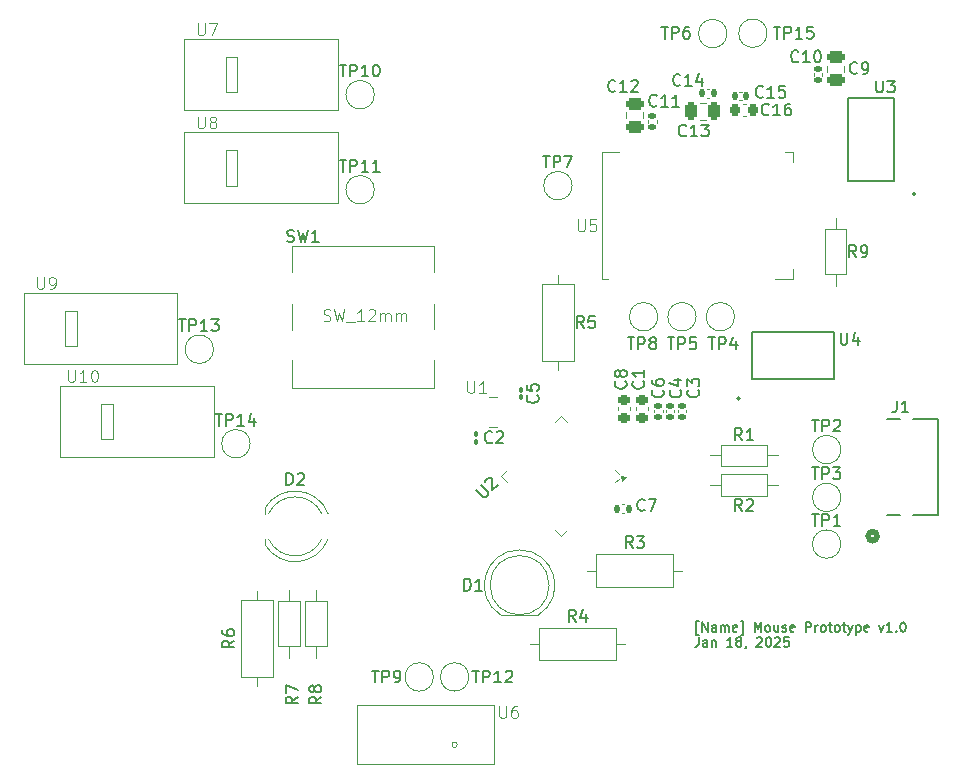
<source format=gbr>
G04 #@! TF.GenerationSoftware,KiCad,Pcbnew,8.0.7*
G04 #@! TF.CreationDate,2025-01-18T00:35:04-05:00*
G04 #@! TF.ProjectId,Mouse,4d6f7573-652e-46b6-9963-61645f706362,rev?*
G04 #@! TF.SameCoordinates,Original*
G04 #@! TF.FileFunction,Legend,Top*
G04 #@! TF.FilePolarity,Positive*
%FSLAX46Y46*%
G04 Gerber Fmt 4.6, Leading zero omitted, Abs format (unit mm)*
G04 Created by KiCad (PCBNEW 8.0.7) date 2025-01-18 00:35:04*
%MOMM*%
%LPD*%
G01*
G04 APERTURE LIST*
G04 Aperture macros list*
%AMRoundRect*
0 Rectangle with rounded corners*
0 $1 Rounding radius*
0 $2 $3 $4 $5 $6 $7 $8 $9 X,Y pos of 4 corners*
0 Add a 4 corners polygon primitive as box body*
4,1,4,$2,$3,$4,$5,$6,$7,$8,$9,$2,$3,0*
0 Add four circle primitives for the rounded corners*
1,1,$1+$1,$2,$3*
1,1,$1+$1,$4,$5*
1,1,$1+$1,$6,$7*
1,1,$1+$1,$8,$9*
0 Add four rect primitives between the rounded corners*
20,1,$1+$1,$2,$3,$4,$5,0*
20,1,$1+$1,$4,$5,$6,$7,0*
20,1,$1+$1,$6,$7,$8,$9,0*
20,1,$1+$1,$8,$9,$2,$3,0*%
%AMRotRect*
0 Rectangle, with rotation*
0 The origin of the aperture is its center*
0 $1 length*
0 $2 width*
0 $3 Rotation angle, in degrees counterclockwise*
0 Add horizontal line*
21,1,$1,$2,0,0,$3*%
%AMOutline5P*
0 Free polygon, 5 corners , with rotation*
0 The origin of the aperture is its center*
0 number of corners: always 5*
0 $1 to $10 corner X, Y*
0 $11 Rotation angle, in degrees counterclockwise*
0 create outline with 5 corners*
4,1,5,$1,$2,$3,$4,$5,$6,$7,$8,$9,$10,$1,$2,$11*%
%AMOutline6P*
0 Free polygon, 6 corners , with rotation*
0 The origin of the aperture is its center*
0 number of corners: always 6*
0 $1 to $12 corner X, Y*
0 $13 Rotation angle, in degrees counterclockwise*
0 create outline with 6 corners*
4,1,6,$1,$2,$3,$4,$5,$6,$7,$8,$9,$10,$11,$12,$1,$2,$13*%
%AMOutline7P*
0 Free polygon, 7 corners , with rotation*
0 The origin of the aperture is its center*
0 number of corners: always 7*
0 $1 to $14 corner X, Y*
0 $15 Rotation angle, in degrees counterclockwise*
0 create outline with 7 corners*
4,1,7,$1,$2,$3,$4,$5,$6,$7,$8,$9,$10,$11,$12,$13,$14,$1,$2,$15*%
%AMOutline8P*
0 Free polygon, 8 corners , with rotation*
0 The origin of the aperture is its center*
0 number of corners: always 8*
0 $1 to $16 corner X, Y*
0 $17 Rotation angle, in degrees counterclockwise*
0 create outline with 8 corners*
4,1,8,$1,$2,$3,$4,$5,$6,$7,$8,$9,$10,$11,$12,$13,$14,$15,$16,$1,$2,$17*%
G04 Aperture macros list end*
%ADD10C,0.150000*%
%ADD11C,0.100000*%
%ADD12C,0.152400*%
%ADD13C,0.508000*%
%ADD14C,0.120000*%
%ADD15C,0.000000*%
%ADD16R,1.346200X0.406400*%
%ADD17R,1.397000X1.600200*%
%ADD18R,1.905000X1.905000*%
%ADD19C,1.700000*%
%ADD20R,1.100000X1.100000*%
%ADD21C,1.100000*%
%ADD22Outline5P,-0.700000X0.600000X0.220000X0.600000X0.700000X0.120000X0.700000X-0.600000X-0.700000X-0.600000X0.000000*%
%ADD23R,1.400000X1.200000*%
%ADD24C,2.000000*%
%ADD25R,2.000000X2.000000*%
%ADD26R,0.889000X1.473200*%
%ADD27R,1.473200X0.889000*%
%ADD28RoundRect,0.062500X0.291682X0.380070X-0.380070X-0.291682X-0.291682X-0.380070X0.380070X0.291682X0*%
%ADD29RoundRect,0.062500X-0.291682X0.380070X-0.380070X0.291682X0.291682X-0.380070X0.380070X-0.291682X0*%
%ADD30RotRect,5.200000X5.200000X225.000000*%
%ADD31C,1.400000*%
%ADD32O,1.400000X1.400000*%
%ADD33C,1.600000*%
%ADD34O,1.600000X1.600000*%
%ADD35R,1.800000X1.800000*%
%ADD36C,1.800000*%
%ADD37RoundRect,0.225000X-0.225000X-0.250000X0.225000X-0.250000X0.225000X0.250000X-0.225000X0.250000X0*%
%ADD38RoundRect,0.140000X-0.140000X-0.170000X0.140000X-0.170000X0.140000X0.170000X-0.140000X0.170000X0*%
%ADD39RoundRect,0.140000X0.140000X0.170000X-0.140000X0.170000X-0.140000X-0.170000X0.140000X-0.170000X0*%
%ADD40RoundRect,0.250000X0.250000X0.475000X-0.250000X0.475000X-0.250000X-0.475000X0.250000X-0.475000X0*%
%ADD41RoundRect,0.250000X0.475000X-0.250000X0.475000X0.250000X-0.475000X0.250000X-0.475000X-0.250000X0*%
%ADD42RoundRect,0.140000X0.170000X-0.140000X0.170000X0.140000X-0.170000X0.140000X-0.170000X-0.140000X0*%
%ADD43RoundRect,0.225000X0.250000X-0.225000X0.250000X0.225000X-0.250000X0.225000X-0.250000X-0.225000X0*%
%ADD44RoundRect,0.100000X0.100000X-0.130000X0.100000X0.130000X-0.100000X0.130000X-0.100000X-0.130000X0*%
%ADD45RoundRect,0.100000X-0.100000X0.130000X-0.100000X-0.130000X0.100000X-0.130000X0.100000X0.130000X0*%
G04 APERTURE END LIST*
D10*
X195917731Y-104923006D02*
X195727255Y-104923006D01*
X195727255Y-104923006D02*
X195727255Y-103780149D01*
X195727255Y-103780149D02*
X195917731Y-103780149D01*
X196222493Y-104656340D02*
X196222493Y-103856340D01*
X196222493Y-103856340D02*
X196679636Y-104656340D01*
X196679636Y-104656340D02*
X196679636Y-103856340D01*
X197403445Y-104656340D02*
X197403445Y-104237292D01*
X197403445Y-104237292D02*
X197365350Y-104161102D01*
X197365350Y-104161102D02*
X197289159Y-104123006D01*
X197289159Y-104123006D02*
X197136778Y-104123006D01*
X197136778Y-104123006D02*
X197060588Y-104161102D01*
X197403445Y-104618245D02*
X197327254Y-104656340D01*
X197327254Y-104656340D02*
X197136778Y-104656340D01*
X197136778Y-104656340D02*
X197060588Y-104618245D01*
X197060588Y-104618245D02*
X197022492Y-104542054D01*
X197022492Y-104542054D02*
X197022492Y-104465864D01*
X197022492Y-104465864D02*
X197060588Y-104389673D01*
X197060588Y-104389673D02*
X197136778Y-104351578D01*
X197136778Y-104351578D02*
X197327254Y-104351578D01*
X197327254Y-104351578D02*
X197403445Y-104313483D01*
X197784398Y-104656340D02*
X197784398Y-104123006D01*
X197784398Y-104199197D02*
X197822493Y-104161102D01*
X197822493Y-104161102D02*
X197898683Y-104123006D01*
X197898683Y-104123006D02*
X198012969Y-104123006D01*
X198012969Y-104123006D02*
X198089160Y-104161102D01*
X198089160Y-104161102D02*
X198127255Y-104237292D01*
X198127255Y-104237292D02*
X198127255Y-104656340D01*
X198127255Y-104237292D02*
X198165350Y-104161102D01*
X198165350Y-104161102D02*
X198241541Y-104123006D01*
X198241541Y-104123006D02*
X198355826Y-104123006D01*
X198355826Y-104123006D02*
X198432017Y-104161102D01*
X198432017Y-104161102D02*
X198470112Y-104237292D01*
X198470112Y-104237292D02*
X198470112Y-104656340D01*
X199155827Y-104618245D02*
X199079636Y-104656340D01*
X199079636Y-104656340D02*
X198927255Y-104656340D01*
X198927255Y-104656340D02*
X198851065Y-104618245D01*
X198851065Y-104618245D02*
X198812969Y-104542054D01*
X198812969Y-104542054D02*
X198812969Y-104237292D01*
X198812969Y-104237292D02*
X198851065Y-104161102D01*
X198851065Y-104161102D02*
X198927255Y-104123006D01*
X198927255Y-104123006D02*
X199079636Y-104123006D01*
X199079636Y-104123006D02*
X199155827Y-104161102D01*
X199155827Y-104161102D02*
X199193922Y-104237292D01*
X199193922Y-104237292D02*
X199193922Y-104313483D01*
X199193922Y-104313483D02*
X198812969Y-104389673D01*
X199460588Y-104923006D02*
X199651064Y-104923006D01*
X199651064Y-104923006D02*
X199651064Y-103780149D01*
X199651064Y-103780149D02*
X199460588Y-103780149D01*
X200679636Y-104656340D02*
X200679636Y-103856340D01*
X200679636Y-103856340D02*
X200946302Y-104427768D01*
X200946302Y-104427768D02*
X201212969Y-103856340D01*
X201212969Y-103856340D02*
X201212969Y-104656340D01*
X201708207Y-104656340D02*
X201632017Y-104618245D01*
X201632017Y-104618245D02*
X201593922Y-104580149D01*
X201593922Y-104580149D02*
X201555826Y-104503959D01*
X201555826Y-104503959D02*
X201555826Y-104275387D01*
X201555826Y-104275387D02*
X201593922Y-104199197D01*
X201593922Y-104199197D02*
X201632017Y-104161102D01*
X201632017Y-104161102D02*
X201708207Y-104123006D01*
X201708207Y-104123006D02*
X201822493Y-104123006D01*
X201822493Y-104123006D02*
X201898684Y-104161102D01*
X201898684Y-104161102D02*
X201936779Y-104199197D01*
X201936779Y-104199197D02*
X201974874Y-104275387D01*
X201974874Y-104275387D02*
X201974874Y-104503959D01*
X201974874Y-104503959D02*
X201936779Y-104580149D01*
X201936779Y-104580149D02*
X201898684Y-104618245D01*
X201898684Y-104618245D02*
X201822493Y-104656340D01*
X201822493Y-104656340D02*
X201708207Y-104656340D01*
X202660589Y-104123006D02*
X202660589Y-104656340D01*
X202317732Y-104123006D02*
X202317732Y-104542054D01*
X202317732Y-104542054D02*
X202355827Y-104618245D01*
X202355827Y-104618245D02*
X202432017Y-104656340D01*
X202432017Y-104656340D02*
X202546303Y-104656340D01*
X202546303Y-104656340D02*
X202622494Y-104618245D01*
X202622494Y-104618245D02*
X202660589Y-104580149D01*
X203003446Y-104618245D02*
X203079637Y-104656340D01*
X203079637Y-104656340D02*
X203232018Y-104656340D01*
X203232018Y-104656340D02*
X203308208Y-104618245D01*
X203308208Y-104618245D02*
X203346304Y-104542054D01*
X203346304Y-104542054D02*
X203346304Y-104503959D01*
X203346304Y-104503959D02*
X203308208Y-104427768D01*
X203308208Y-104427768D02*
X203232018Y-104389673D01*
X203232018Y-104389673D02*
X203117732Y-104389673D01*
X203117732Y-104389673D02*
X203041542Y-104351578D01*
X203041542Y-104351578D02*
X203003446Y-104275387D01*
X203003446Y-104275387D02*
X203003446Y-104237292D01*
X203003446Y-104237292D02*
X203041542Y-104161102D01*
X203041542Y-104161102D02*
X203117732Y-104123006D01*
X203117732Y-104123006D02*
X203232018Y-104123006D01*
X203232018Y-104123006D02*
X203308208Y-104161102D01*
X203993923Y-104618245D02*
X203917732Y-104656340D01*
X203917732Y-104656340D02*
X203765351Y-104656340D01*
X203765351Y-104656340D02*
X203689161Y-104618245D01*
X203689161Y-104618245D02*
X203651065Y-104542054D01*
X203651065Y-104542054D02*
X203651065Y-104237292D01*
X203651065Y-104237292D02*
X203689161Y-104161102D01*
X203689161Y-104161102D02*
X203765351Y-104123006D01*
X203765351Y-104123006D02*
X203917732Y-104123006D01*
X203917732Y-104123006D02*
X203993923Y-104161102D01*
X203993923Y-104161102D02*
X204032018Y-104237292D01*
X204032018Y-104237292D02*
X204032018Y-104313483D01*
X204032018Y-104313483D02*
X203651065Y-104389673D01*
X204984399Y-104656340D02*
X204984399Y-103856340D01*
X204984399Y-103856340D02*
X205289161Y-103856340D01*
X205289161Y-103856340D02*
X205365351Y-103894435D01*
X205365351Y-103894435D02*
X205403446Y-103932530D01*
X205403446Y-103932530D02*
X205441542Y-104008721D01*
X205441542Y-104008721D02*
X205441542Y-104123006D01*
X205441542Y-104123006D02*
X205403446Y-104199197D01*
X205403446Y-104199197D02*
X205365351Y-104237292D01*
X205365351Y-104237292D02*
X205289161Y-104275387D01*
X205289161Y-104275387D02*
X204984399Y-104275387D01*
X205784399Y-104656340D02*
X205784399Y-104123006D01*
X205784399Y-104275387D02*
X205822494Y-104199197D01*
X205822494Y-104199197D02*
X205860589Y-104161102D01*
X205860589Y-104161102D02*
X205936780Y-104123006D01*
X205936780Y-104123006D02*
X206012970Y-104123006D01*
X206393922Y-104656340D02*
X206317732Y-104618245D01*
X206317732Y-104618245D02*
X206279637Y-104580149D01*
X206279637Y-104580149D02*
X206241541Y-104503959D01*
X206241541Y-104503959D02*
X206241541Y-104275387D01*
X206241541Y-104275387D02*
X206279637Y-104199197D01*
X206279637Y-104199197D02*
X206317732Y-104161102D01*
X206317732Y-104161102D02*
X206393922Y-104123006D01*
X206393922Y-104123006D02*
X206508208Y-104123006D01*
X206508208Y-104123006D02*
X206584399Y-104161102D01*
X206584399Y-104161102D02*
X206622494Y-104199197D01*
X206622494Y-104199197D02*
X206660589Y-104275387D01*
X206660589Y-104275387D02*
X206660589Y-104503959D01*
X206660589Y-104503959D02*
X206622494Y-104580149D01*
X206622494Y-104580149D02*
X206584399Y-104618245D01*
X206584399Y-104618245D02*
X206508208Y-104656340D01*
X206508208Y-104656340D02*
X206393922Y-104656340D01*
X206889161Y-104123006D02*
X207193923Y-104123006D01*
X207003447Y-103856340D02*
X207003447Y-104542054D01*
X207003447Y-104542054D02*
X207041542Y-104618245D01*
X207041542Y-104618245D02*
X207117732Y-104656340D01*
X207117732Y-104656340D02*
X207193923Y-104656340D01*
X207574875Y-104656340D02*
X207498685Y-104618245D01*
X207498685Y-104618245D02*
X207460590Y-104580149D01*
X207460590Y-104580149D02*
X207422494Y-104503959D01*
X207422494Y-104503959D02*
X207422494Y-104275387D01*
X207422494Y-104275387D02*
X207460590Y-104199197D01*
X207460590Y-104199197D02*
X207498685Y-104161102D01*
X207498685Y-104161102D02*
X207574875Y-104123006D01*
X207574875Y-104123006D02*
X207689161Y-104123006D01*
X207689161Y-104123006D02*
X207765352Y-104161102D01*
X207765352Y-104161102D02*
X207803447Y-104199197D01*
X207803447Y-104199197D02*
X207841542Y-104275387D01*
X207841542Y-104275387D02*
X207841542Y-104503959D01*
X207841542Y-104503959D02*
X207803447Y-104580149D01*
X207803447Y-104580149D02*
X207765352Y-104618245D01*
X207765352Y-104618245D02*
X207689161Y-104656340D01*
X207689161Y-104656340D02*
X207574875Y-104656340D01*
X208070114Y-104123006D02*
X208374876Y-104123006D01*
X208184400Y-103856340D02*
X208184400Y-104542054D01*
X208184400Y-104542054D02*
X208222495Y-104618245D01*
X208222495Y-104618245D02*
X208298685Y-104656340D01*
X208298685Y-104656340D02*
X208374876Y-104656340D01*
X208565352Y-104123006D02*
X208755828Y-104656340D01*
X208946305Y-104123006D02*
X208755828Y-104656340D01*
X208755828Y-104656340D02*
X208679638Y-104846816D01*
X208679638Y-104846816D02*
X208641543Y-104884911D01*
X208641543Y-104884911D02*
X208565352Y-104923006D01*
X209251067Y-104123006D02*
X209251067Y-104923006D01*
X209251067Y-104161102D02*
X209327257Y-104123006D01*
X209327257Y-104123006D02*
X209479638Y-104123006D01*
X209479638Y-104123006D02*
X209555829Y-104161102D01*
X209555829Y-104161102D02*
X209593924Y-104199197D01*
X209593924Y-104199197D02*
X209632019Y-104275387D01*
X209632019Y-104275387D02*
X209632019Y-104503959D01*
X209632019Y-104503959D02*
X209593924Y-104580149D01*
X209593924Y-104580149D02*
X209555829Y-104618245D01*
X209555829Y-104618245D02*
X209479638Y-104656340D01*
X209479638Y-104656340D02*
X209327257Y-104656340D01*
X209327257Y-104656340D02*
X209251067Y-104618245D01*
X210279639Y-104618245D02*
X210203448Y-104656340D01*
X210203448Y-104656340D02*
X210051067Y-104656340D01*
X210051067Y-104656340D02*
X209974877Y-104618245D01*
X209974877Y-104618245D02*
X209936781Y-104542054D01*
X209936781Y-104542054D02*
X209936781Y-104237292D01*
X209936781Y-104237292D02*
X209974877Y-104161102D01*
X209974877Y-104161102D02*
X210051067Y-104123006D01*
X210051067Y-104123006D02*
X210203448Y-104123006D01*
X210203448Y-104123006D02*
X210279639Y-104161102D01*
X210279639Y-104161102D02*
X210317734Y-104237292D01*
X210317734Y-104237292D02*
X210317734Y-104313483D01*
X210317734Y-104313483D02*
X209936781Y-104389673D01*
X211193924Y-104123006D02*
X211384400Y-104656340D01*
X211384400Y-104656340D02*
X211574877Y-104123006D01*
X212298686Y-104656340D02*
X211841543Y-104656340D01*
X212070115Y-104656340D02*
X212070115Y-103856340D01*
X212070115Y-103856340D02*
X211993924Y-103970625D01*
X211993924Y-103970625D02*
X211917734Y-104046816D01*
X211917734Y-104046816D02*
X211841543Y-104084911D01*
X212641544Y-104580149D02*
X212679639Y-104618245D01*
X212679639Y-104618245D02*
X212641544Y-104656340D01*
X212641544Y-104656340D02*
X212603448Y-104618245D01*
X212603448Y-104618245D02*
X212641544Y-104580149D01*
X212641544Y-104580149D02*
X212641544Y-104656340D01*
X213174877Y-103856340D02*
X213251067Y-103856340D01*
X213251067Y-103856340D02*
X213327258Y-103894435D01*
X213327258Y-103894435D02*
X213365353Y-103932530D01*
X213365353Y-103932530D02*
X213403448Y-104008721D01*
X213403448Y-104008721D02*
X213441543Y-104161102D01*
X213441543Y-104161102D02*
X213441543Y-104351578D01*
X213441543Y-104351578D02*
X213403448Y-104503959D01*
X213403448Y-104503959D02*
X213365353Y-104580149D01*
X213365353Y-104580149D02*
X213327258Y-104618245D01*
X213327258Y-104618245D02*
X213251067Y-104656340D01*
X213251067Y-104656340D02*
X213174877Y-104656340D01*
X213174877Y-104656340D02*
X213098686Y-104618245D01*
X213098686Y-104618245D02*
X213060591Y-104580149D01*
X213060591Y-104580149D02*
X213022496Y-104503959D01*
X213022496Y-104503959D02*
X212984400Y-104351578D01*
X212984400Y-104351578D02*
X212984400Y-104161102D01*
X212984400Y-104161102D02*
X213022496Y-104008721D01*
X213022496Y-104008721D02*
X213060591Y-103932530D01*
X213060591Y-103932530D02*
X213098686Y-103894435D01*
X213098686Y-103894435D02*
X213174877Y-103856340D01*
X195917731Y-105144295D02*
X195917731Y-105715723D01*
X195917731Y-105715723D02*
X195879636Y-105830009D01*
X195879636Y-105830009D02*
X195803445Y-105906200D01*
X195803445Y-105906200D02*
X195689160Y-105944295D01*
X195689160Y-105944295D02*
X195612969Y-105944295D01*
X196641541Y-105944295D02*
X196641541Y-105525247D01*
X196641541Y-105525247D02*
X196603446Y-105449057D01*
X196603446Y-105449057D02*
X196527255Y-105410961D01*
X196527255Y-105410961D02*
X196374874Y-105410961D01*
X196374874Y-105410961D02*
X196298684Y-105449057D01*
X196641541Y-105906200D02*
X196565350Y-105944295D01*
X196565350Y-105944295D02*
X196374874Y-105944295D01*
X196374874Y-105944295D02*
X196298684Y-105906200D01*
X196298684Y-105906200D02*
X196260588Y-105830009D01*
X196260588Y-105830009D02*
X196260588Y-105753819D01*
X196260588Y-105753819D02*
X196298684Y-105677628D01*
X196298684Y-105677628D02*
X196374874Y-105639533D01*
X196374874Y-105639533D02*
X196565350Y-105639533D01*
X196565350Y-105639533D02*
X196641541Y-105601438D01*
X197022494Y-105410961D02*
X197022494Y-105944295D01*
X197022494Y-105487152D02*
X197060589Y-105449057D01*
X197060589Y-105449057D02*
X197136779Y-105410961D01*
X197136779Y-105410961D02*
X197251065Y-105410961D01*
X197251065Y-105410961D02*
X197327256Y-105449057D01*
X197327256Y-105449057D02*
X197365351Y-105525247D01*
X197365351Y-105525247D02*
X197365351Y-105944295D01*
X198774875Y-105944295D02*
X198317732Y-105944295D01*
X198546304Y-105944295D02*
X198546304Y-105144295D01*
X198546304Y-105144295D02*
X198470113Y-105258580D01*
X198470113Y-105258580D02*
X198393923Y-105334771D01*
X198393923Y-105334771D02*
X198317732Y-105372866D01*
X199232018Y-105487152D02*
X199155828Y-105449057D01*
X199155828Y-105449057D02*
X199117733Y-105410961D01*
X199117733Y-105410961D02*
X199079637Y-105334771D01*
X199079637Y-105334771D02*
X199079637Y-105296676D01*
X199079637Y-105296676D02*
X199117733Y-105220485D01*
X199117733Y-105220485D02*
X199155828Y-105182390D01*
X199155828Y-105182390D02*
X199232018Y-105144295D01*
X199232018Y-105144295D02*
X199384399Y-105144295D01*
X199384399Y-105144295D02*
X199460590Y-105182390D01*
X199460590Y-105182390D02*
X199498685Y-105220485D01*
X199498685Y-105220485D02*
X199536780Y-105296676D01*
X199536780Y-105296676D02*
X199536780Y-105334771D01*
X199536780Y-105334771D02*
X199498685Y-105410961D01*
X199498685Y-105410961D02*
X199460590Y-105449057D01*
X199460590Y-105449057D02*
X199384399Y-105487152D01*
X199384399Y-105487152D02*
X199232018Y-105487152D01*
X199232018Y-105487152D02*
X199155828Y-105525247D01*
X199155828Y-105525247D02*
X199117733Y-105563342D01*
X199117733Y-105563342D02*
X199079637Y-105639533D01*
X199079637Y-105639533D02*
X199079637Y-105791914D01*
X199079637Y-105791914D02*
X199117733Y-105868104D01*
X199117733Y-105868104D02*
X199155828Y-105906200D01*
X199155828Y-105906200D02*
X199232018Y-105944295D01*
X199232018Y-105944295D02*
X199384399Y-105944295D01*
X199384399Y-105944295D02*
X199460590Y-105906200D01*
X199460590Y-105906200D02*
X199498685Y-105868104D01*
X199498685Y-105868104D02*
X199536780Y-105791914D01*
X199536780Y-105791914D02*
X199536780Y-105639533D01*
X199536780Y-105639533D02*
X199498685Y-105563342D01*
X199498685Y-105563342D02*
X199460590Y-105525247D01*
X199460590Y-105525247D02*
X199384399Y-105487152D01*
X199917733Y-105906200D02*
X199917733Y-105944295D01*
X199917733Y-105944295D02*
X199879638Y-106020485D01*
X199879638Y-106020485D02*
X199841542Y-106058580D01*
X200832018Y-105220485D02*
X200870114Y-105182390D01*
X200870114Y-105182390D02*
X200946304Y-105144295D01*
X200946304Y-105144295D02*
X201136780Y-105144295D01*
X201136780Y-105144295D02*
X201212971Y-105182390D01*
X201212971Y-105182390D02*
X201251066Y-105220485D01*
X201251066Y-105220485D02*
X201289161Y-105296676D01*
X201289161Y-105296676D02*
X201289161Y-105372866D01*
X201289161Y-105372866D02*
X201251066Y-105487152D01*
X201251066Y-105487152D02*
X200793923Y-105944295D01*
X200793923Y-105944295D02*
X201289161Y-105944295D01*
X201784400Y-105144295D02*
X201860590Y-105144295D01*
X201860590Y-105144295D02*
X201936781Y-105182390D01*
X201936781Y-105182390D02*
X201974876Y-105220485D01*
X201974876Y-105220485D02*
X202012971Y-105296676D01*
X202012971Y-105296676D02*
X202051066Y-105449057D01*
X202051066Y-105449057D02*
X202051066Y-105639533D01*
X202051066Y-105639533D02*
X202012971Y-105791914D01*
X202012971Y-105791914D02*
X201974876Y-105868104D01*
X201974876Y-105868104D02*
X201936781Y-105906200D01*
X201936781Y-105906200D02*
X201860590Y-105944295D01*
X201860590Y-105944295D02*
X201784400Y-105944295D01*
X201784400Y-105944295D02*
X201708209Y-105906200D01*
X201708209Y-105906200D02*
X201670114Y-105868104D01*
X201670114Y-105868104D02*
X201632019Y-105791914D01*
X201632019Y-105791914D02*
X201593923Y-105639533D01*
X201593923Y-105639533D02*
X201593923Y-105449057D01*
X201593923Y-105449057D02*
X201632019Y-105296676D01*
X201632019Y-105296676D02*
X201670114Y-105220485D01*
X201670114Y-105220485D02*
X201708209Y-105182390D01*
X201708209Y-105182390D02*
X201784400Y-105144295D01*
X202355828Y-105220485D02*
X202393924Y-105182390D01*
X202393924Y-105182390D02*
X202470114Y-105144295D01*
X202470114Y-105144295D02*
X202660590Y-105144295D01*
X202660590Y-105144295D02*
X202736781Y-105182390D01*
X202736781Y-105182390D02*
X202774876Y-105220485D01*
X202774876Y-105220485D02*
X202812971Y-105296676D01*
X202812971Y-105296676D02*
X202812971Y-105372866D01*
X202812971Y-105372866D02*
X202774876Y-105487152D01*
X202774876Y-105487152D02*
X202317733Y-105944295D01*
X202317733Y-105944295D02*
X202812971Y-105944295D01*
X203536781Y-105144295D02*
X203155829Y-105144295D01*
X203155829Y-105144295D02*
X203117733Y-105525247D01*
X203117733Y-105525247D02*
X203155829Y-105487152D01*
X203155829Y-105487152D02*
X203232019Y-105449057D01*
X203232019Y-105449057D02*
X203422495Y-105449057D01*
X203422495Y-105449057D02*
X203498686Y-105487152D01*
X203498686Y-105487152D02*
X203536781Y-105525247D01*
X203536781Y-105525247D02*
X203574876Y-105601438D01*
X203574876Y-105601438D02*
X203574876Y-105791914D01*
X203574876Y-105791914D02*
X203536781Y-105868104D01*
X203536781Y-105868104D02*
X203498686Y-105906200D01*
X203498686Y-105906200D02*
X203422495Y-105944295D01*
X203422495Y-105944295D02*
X203232019Y-105944295D01*
X203232019Y-105944295D02*
X203155829Y-105906200D01*
X203155829Y-105906200D02*
X203117733Y-105868104D01*
X212666666Y-85104819D02*
X212666666Y-85819104D01*
X212666666Y-85819104D02*
X212619047Y-85961961D01*
X212619047Y-85961961D02*
X212523809Y-86057200D01*
X212523809Y-86057200D02*
X212380952Y-86104819D01*
X212380952Y-86104819D02*
X212285714Y-86104819D01*
X213666666Y-86104819D02*
X213095238Y-86104819D01*
X213380952Y-86104819D02*
X213380952Y-85104819D01*
X213380952Y-85104819D02*
X213285714Y-85247676D01*
X213285714Y-85247676D02*
X213190476Y-85342914D01*
X213190476Y-85342914D02*
X213095238Y-85390533D01*
D11*
X179038095Y-110957419D02*
X179038095Y-111766942D01*
X179038095Y-111766942D02*
X179085714Y-111862180D01*
X179085714Y-111862180D02*
X179133333Y-111909800D01*
X179133333Y-111909800D02*
X179228571Y-111957419D01*
X179228571Y-111957419D02*
X179419047Y-111957419D01*
X179419047Y-111957419D02*
X179514285Y-111909800D01*
X179514285Y-111909800D02*
X179561904Y-111862180D01*
X179561904Y-111862180D02*
X179609523Y-111766942D01*
X179609523Y-111766942D02*
X179609523Y-110957419D01*
X180514285Y-110957419D02*
X180323809Y-110957419D01*
X180323809Y-110957419D02*
X180228571Y-111005038D01*
X180228571Y-111005038D02*
X180180952Y-111052657D01*
X180180952Y-111052657D02*
X180085714Y-111195514D01*
X180085714Y-111195514D02*
X180038095Y-111385990D01*
X180038095Y-111385990D02*
X180038095Y-111766942D01*
X180038095Y-111766942D02*
X180085714Y-111862180D01*
X180085714Y-111862180D02*
X180133333Y-111909800D01*
X180133333Y-111909800D02*
X180228571Y-111957419D01*
X180228571Y-111957419D02*
X180419047Y-111957419D01*
X180419047Y-111957419D02*
X180514285Y-111909800D01*
X180514285Y-111909800D02*
X180561904Y-111862180D01*
X180561904Y-111862180D02*
X180609523Y-111766942D01*
X180609523Y-111766942D02*
X180609523Y-111528847D01*
X180609523Y-111528847D02*
X180561904Y-111433609D01*
X180561904Y-111433609D02*
X180514285Y-111385990D01*
X180514285Y-111385990D02*
X180419047Y-111338371D01*
X180419047Y-111338371D02*
X180228571Y-111338371D01*
X180228571Y-111338371D02*
X180133333Y-111385990D01*
X180133333Y-111385990D02*
X180085714Y-111433609D01*
X180085714Y-111433609D02*
X180038095Y-111528847D01*
X185688095Y-69757419D02*
X185688095Y-70566942D01*
X185688095Y-70566942D02*
X185735714Y-70662180D01*
X185735714Y-70662180D02*
X185783333Y-70709800D01*
X185783333Y-70709800D02*
X185878571Y-70757419D01*
X185878571Y-70757419D02*
X186069047Y-70757419D01*
X186069047Y-70757419D02*
X186164285Y-70709800D01*
X186164285Y-70709800D02*
X186211904Y-70662180D01*
X186211904Y-70662180D02*
X186259523Y-70566942D01*
X186259523Y-70566942D02*
X186259523Y-69757419D01*
X187211904Y-69757419D02*
X186735714Y-69757419D01*
X186735714Y-69757419D02*
X186688095Y-70233609D01*
X186688095Y-70233609D02*
X186735714Y-70185990D01*
X186735714Y-70185990D02*
X186830952Y-70138371D01*
X186830952Y-70138371D02*
X187069047Y-70138371D01*
X187069047Y-70138371D02*
X187164285Y-70185990D01*
X187164285Y-70185990D02*
X187211904Y-70233609D01*
X187211904Y-70233609D02*
X187259523Y-70328847D01*
X187259523Y-70328847D02*
X187259523Y-70566942D01*
X187259523Y-70566942D02*
X187211904Y-70662180D01*
X187211904Y-70662180D02*
X187164285Y-70709800D01*
X187164285Y-70709800D02*
X187069047Y-70757419D01*
X187069047Y-70757419D02*
X186830952Y-70757419D01*
X186830952Y-70757419D02*
X186735714Y-70709800D01*
X186735714Y-70709800D02*
X186688095Y-70662180D01*
X176338095Y-83457419D02*
X176338095Y-84266942D01*
X176338095Y-84266942D02*
X176385714Y-84362180D01*
X176385714Y-84362180D02*
X176433333Y-84409800D01*
X176433333Y-84409800D02*
X176528571Y-84457419D01*
X176528571Y-84457419D02*
X176719047Y-84457419D01*
X176719047Y-84457419D02*
X176814285Y-84409800D01*
X176814285Y-84409800D02*
X176861904Y-84362180D01*
X176861904Y-84362180D02*
X176909523Y-84266942D01*
X176909523Y-84266942D02*
X176909523Y-83457419D01*
X177909523Y-84457419D02*
X177338095Y-84457419D01*
X177623809Y-84457419D02*
X177623809Y-83457419D01*
X177623809Y-83457419D02*
X177528571Y-83600276D01*
X177528571Y-83600276D02*
X177433333Y-83695514D01*
X177433333Y-83695514D02*
X177338095Y-83743133D01*
D10*
X161066667Y-71607200D02*
X161209524Y-71654819D01*
X161209524Y-71654819D02*
X161447619Y-71654819D01*
X161447619Y-71654819D02*
X161542857Y-71607200D01*
X161542857Y-71607200D02*
X161590476Y-71559580D01*
X161590476Y-71559580D02*
X161638095Y-71464342D01*
X161638095Y-71464342D02*
X161638095Y-71369104D01*
X161638095Y-71369104D02*
X161590476Y-71273866D01*
X161590476Y-71273866D02*
X161542857Y-71226247D01*
X161542857Y-71226247D02*
X161447619Y-71178628D01*
X161447619Y-71178628D02*
X161257143Y-71131009D01*
X161257143Y-71131009D02*
X161161905Y-71083390D01*
X161161905Y-71083390D02*
X161114286Y-71035771D01*
X161114286Y-71035771D02*
X161066667Y-70940533D01*
X161066667Y-70940533D02*
X161066667Y-70845295D01*
X161066667Y-70845295D02*
X161114286Y-70750057D01*
X161114286Y-70750057D02*
X161161905Y-70702438D01*
X161161905Y-70702438D02*
X161257143Y-70654819D01*
X161257143Y-70654819D02*
X161495238Y-70654819D01*
X161495238Y-70654819D02*
X161638095Y-70702438D01*
X161971429Y-70654819D02*
X162209524Y-71654819D01*
X162209524Y-71654819D02*
X162400000Y-70940533D01*
X162400000Y-70940533D02*
X162590476Y-71654819D01*
X162590476Y-71654819D02*
X162828572Y-70654819D01*
X163733333Y-71654819D02*
X163161905Y-71654819D01*
X163447619Y-71654819D02*
X163447619Y-70654819D01*
X163447619Y-70654819D02*
X163352381Y-70797676D01*
X163352381Y-70797676D02*
X163257143Y-70892914D01*
X163257143Y-70892914D02*
X163161905Y-70940533D01*
D11*
X164156265Y-78324800D02*
X164299122Y-78372419D01*
X164299122Y-78372419D02*
X164537217Y-78372419D01*
X164537217Y-78372419D02*
X164632455Y-78324800D01*
X164632455Y-78324800D02*
X164680074Y-78277180D01*
X164680074Y-78277180D02*
X164727693Y-78181942D01*
X164727693Y-78181942D02*
X164727693Y-78086704D01*
X164727693Y-78086704D02*
X164680074Y-77991466D01*
X164680074Y-77991466D02*
X164632455Y-77943847D01*
X164632455Y-77943847D02*
X164537217Y-77896228D01*
X164537217Y-77896228D02*
X164346741Y-77848609D01*
X164346741Y-77848609D02*
X164251503Y-77800990D01*
X164251503Y-77800990D02*
X164203884Y-77753371D01*
X164203884Y-77753371D02*
X164156265Y-77658133D01*
X164156265Y-77658133D02*
X164156265Y-77562895D01*
X164156265Y-77562895D02*
X164203884Y-77467657D01*
X164203884Y-77467657D02*
X164251503Y-77420038D01*
X164251503Y-77420038D02*
X164346741Y-77372419D01*
X164346741Y-77372419D02*
X164584836Y-77372419D01*
X164584836Y-77372419D02*
X164727693Y-77420038D01*
X165061027Y-77372419D02*
X165299122Y-78372419D01*
X165299122Y-78372419D02*
X165489598Y-77658133D01*
X165489598Y-77658133D02*
X165680074Y-78372419D01*
X165680074Y-78372419D02*
X165918170Y-77372419D01*
X166061027Y-78467657D02*
X166822931Y-78467657D01*
X167584836Y-78372419D02*
X167013408Y-78372419D01*
X167299122Y-78372419D02*
X167299122Y-77372419D01*
X167299122Y-77372419D02*
X167203884Y-77515276D01*
X167203884Y-77515276D02*
X167108646Y-77610514D01*
X167108646Y-77610514D02*
X167013408Y-77658133D01*
X167965789Y-77467657D02*
X168013408Y-77420038D01*
X168013408Y-77420038D02*
X168108646Y-77372419D01*
X168108646Y-77372419D02*
X168346741Y-77372419D01*
X168346741Y-77372419D02*
X168441979Y-77420038D01*
X168441979Y-77420038D02*
X168489598Y-77467657D01*
X168489598Y-77467657D02*
X168537217Y-77562895D01*
X168537217Y-77562895D02*
X168537217Y-77658133D01*
X168537217Y-77658133D02*
X168489598Y-77800990D01*
X168489598Y-77800990D02*
X167918170Y-78372419D01*
X167918170Y-78372419D02*
X168537217Y-78372419D01*
X168965789Y-78372419D02*
X168965789Y-77705752D01*
X168965789Y-77800990D02*
X169013408Y-77753371D01*
X169013408Y-77753371D02*
X169108646Y-77705752D01*
X169108646Y-77705752D02*
X169251503Y-77705752D01*
X169251503Y-77705752D02*
X169346741Y-77753371D01*
X169346741Y-77753371D02*
X169394360Y-77848609D01*
X169394360Y-77848609D02*
X169394360Y-78372419D01*
X169394360Y-77848609D02*
X169441979Y-77753371D01*
X169441979Y-77753371D02*
X169537217Y-77705752D01*
X169537217Y-77705752D02*
X169680074Y-77705752D01*
X169680074Y-77705752D02*
X169775313Y-77753371D01*
X169775313Y-77753371D02*
X169822932Y-77848609D01*
X169822932Y-77848609D02*
X169822932Y-78372419D01*
X170299122Y-78372419D02*
X170299122Y-77705752D01*
X170299122Y-77800990D02*
X170346741Y-77753371D01*
X170346741Y-77753371D02*
X170441979Y-77705752D01*
X170441979Y-77705752D02*
X170584836Y-77705752D01*
X170584836Y-77705752D02*
X170680074Y-77753371D01*
X170680074Y-77753371D02*
X170727693Y-77848609D01*
X170727693Y-77848609D02*
X170727693Y-78372419D01*
X170727693Y-77848609D02*
X170775312Y-77753371D01*
X170775312Y-77753371D02*
X170870550Y-77705752D01*
X170870550Y-77705752D02*
X171013407Y-77705752D01*
X171013407Y-77705752D02*
X171108646Y-77753371D01*
X171108646Y-77753371D02*
X171156265Y-77848609D01*
X171156265Y-77848609D02*
X171156265Y-78372419D01*
D10*
X205488095Y-90756819D02*
X206059523Y-90756819D01*
X205773809Y-91756819D02*
X205773809Y-90756819D01*
X206392857Y-91756819D02*
X206392857Y-90756819D01*
X206392857Y-90756819D02*
X206773809Y-90756819D01*
X206773809Y-90756819D02*
X206869047Y-90804438D01*
X206869047Y-90804438D02*
X206916666Y-90852057D01*
X206916666Y-90852057D02*
X206964285Y-90947295D01*
X206964285Y-90947295D02*
X206964285Y-91090152D01*
X206964285Y-91090152D02*
X206916666Y-91185390D01*
X206916666Y-91185390D02*
X206869047Y-91233009D01*
X206869047Y-91233009D02*
X206773809Y-91280628D01*
X206773809Y-91280628D02*
X206392857Y-91280628D01*
X207297619Y-90756819D02*
X207916666Y-90756819D01*
X207916666Y-90756819D02*
X207583333Y-91137771D01*
X207583333Y-91137771D02*
X207726190Y-91137771D01*
X207726190Y-91137771D02*
X207821428Y-91185390D01*
X207821428Y-91185390D02*
X207869047Y-91233009D01*
X207869047Y-91233009D02*
X207916666Y-91328247D01*
X207916666Y-91328247D02*
X207916666Y-91566342D01*
X207916666Y-91566342D02*
X207869047Y-91661580D01*
X207869047Y-91661580D02*
X207821428Y-91709200D01*
X207821428Y-91709200D02*
X207726190Y-91756819D01*
X207726190Y-91756819D02*
X207440476Y-91756819D01*
X207440476Y-91756819D02*
X207345238Y-91709200D01*
X207345238Y-91709200D02*
X207297619Y-91661580D01*
X205488095Y-86706819D02*
X206059523Y-86706819D01*
X205773809Y-87706819D02*
X205773809Y-86706819D01*
X206392857Y-87706819D02*
X206392857Y-86706819D01*
X206392857Y-86706819D02*
X206773809Y-86706819D01*
X206773809Y-86706819D02*
X206869047Y-86754438D01*
X206869047Y-86754438D02*
X206916666Y-86802057D01*
X206916666Y-86802057D02*
X206964285Y-86897295D01*
X206964285Y-86897295D02*
X206964285Y-87040152D01*
X206964285Y-87040152D02*
X206916666Y-87135390D01*
X206916666Y-87135390D02*
X206869047Y-87183009D01*
X206869047Y-87183009D02*
X206773809Y-87230628D01*
X206773809Y-87230628D02*
X206392857Y-87230628D01*
X207345238Y-86802057D02*
X207392857Y-86754438D01*
X207392857Y-86754438D02*
X207488095Y-86706819D01*
X207488095Y-86706819D02*
X207726190Y-86706819D01*
X207726190Y-86706819D02*
X207821428Y-86754438D01*
X207821428Y-86754438D02*
X207869047Y-86802057D01*
X207869047Y-86802057D02*
X207916666Y-86897295D01*
X207916666Y-86897295D02*
X207916666Y-86992533D01*
X207916666Y-86992533D02*
X207869047Y-87135390D01*
X207869047Y-87135390D02*
X207297619Y-87706819D01*
X207297619Y-87706819D02*
X207916666Y-87706819D01*
D11*
X142511905Y-82507419D02*
X142511905Y-83316942D01*
X142511905Y-83316942D02*
X142559524Y-83412180D01*
X142559524Y-83412180D02*
X142607143Y-83459800D01*
X142607143Y-83459800D02*
X142702381Y-83507419D01*
X142702381Y-83507419D02*
X142892857Y-83507419D01*
X142892857Y-83507419D02*
X142988095Y-83459800D01*
X142988095Y-83459800D02*
X143035714Y-83412180D01*
X143035714Y-83412180D02*
X143083333Y-83316942D01*
X143083333Y-83316942D02*
X143083333Y-82507419D01*
X144083333Y-83507419D02*
X143511905Y-83507419D01*
X143797619Y-83507419D02*
X143797619Y-82507419D01*
X143797619Y-82507419D02*
X143702381Y-82650276D01*
X143702381Y-82650276D02*
X143607143Y-82745514D01*
X143607143Y-82745514D02*
X143511905Y-82793133D01*
X144702381Y-82507419D02*
X144797619Y-82507419D01*
X144797619Y-82507419D02*
X144892857Y-82555038D01*
X144892857Y-82555038D02*
X144940476Y-82602657D01*
X144940476Y-82602657D02*
X144988095Y-82697895D01*
X144988095Y-82697895D02*
X145035714Y-82888371D01*
X145035714Y-82888371D02*
X145035714Y-83126466D01*
X145035714Y-83126466D02*
X144988095Y-83316942D01*
X144988095Y-83316942D02*
X144940476Y-83412180D01*
X144940476Y-83412180D02*
X144892857Y-83459800D01*
X144892857Y-83459800D02*
X144797619Y-83507419D01*
X144797619Y-83507419D02*
X144702381Y-83507419D01*
X144702381Y-83507419D02*
X144607143Y-83459800D01*
X144607143Y-83459800D02*
X144559524Y-83412180D01*
X144559524Y-83412180D02*
X144511905Y-83316942D01*
X144511905Y-83316942D02*
X144464286Y-83126466D01*
X144464286Y-83126466D02*
X144464286Y-82888371D01*
X144464286Y-82888371D02*
X144511905Y-82697895D01*
X144511905Y-82697895D02*
X144559524Y-82602657D01*
X144559524Y-82602657D02*
X144607143Y-82555038D01*
X144607143Y-82555038D02*
X144702381Y-82507419D01*
X139888095Y-74657419D02*
X139888095Y-75466942D01*
X139888095Y-75466942D02*
X139935714Y-75562180D01*
X139935714Y-75562180D02*
X139983333Y-75609800D01*
X139983333Y-75609800D02*
X140078571Y-75657419D01*
X140078571Y-75657419D02*
X140269047Y-75657419D01*
X140269047Y-75657419D02*
X140364285Y-75609800D01*
X140364285Y-75609800D02*
X140411904Y-75562180D01*
X140411904Y-75562180D02*
X140459523Y-75466942D01*
X140459523Y-75466942D02*
X140459523Y-74657419D01*
X140983333Y-75657419D02*
X141173809Y-75657419D01*
X141173809Y-75657419D02*
X141269047Y-75609800D01*
X141269047Y-75609800D02*
X141316666Y-75562180D01*
X141316666Y-75562180D02*
X141411904Y-75419323D01*
X141411904Y-75419323D02*
X141459523Y-75228847D01*
X141459523Y-75228847D02*
X141459523Y-74847895D01*
X141459523Y-74847895D02*
X141411904Y-74752657D01*
X141411904Y-74752657D02*
X141364285Y-74705038D01*
X141364285Y-74705038D02*
X141269047Y-74657419D01*
X141269047Y-74657419D02*
X141078571Y-74657419D01*
X141078571Y-74657419D02*
X140983333Y-74705038D01*
X140983333Y-74705038D02*
X140935714Y-74752657D01*
X140935714Y-74752657D02*
X140888095Y-74847895D01*
X140888095Y-74847895D02*
X140888095Y-75085990D01*
X140888095Y-75085990D02*
X140935714Y-75181228D01*
X140935714Y-75181228D02*
X140983333Y-75228847D01*
X140983333Y-75228847D02*
X141078571Y-75276466D01*
X141078571Y-75276466D02*
X141269047Y-75276466D01*
X141269047Y-75276466D02*
X141364285Y-75228847D01*
X141364285Y-75228847D02*
X141411904Y-75181228D01*
X141411904Y-75181228D02*
X141459523Y-75085990D01*
X153503095Y-61052419D02*
X153503095Y-61861942D01*
X153503095Y-61861942D02*
X153550714Y-61957180D01*
X153550714Y-61957180D02*
X153598333Y-62004800D01*
X153598333Y-62004800D02*
X153693571Y-62052419D01*
X153693571Y-62052419D02*
X153884047Y-62052419D01*
X153884047Y-62052419D02*
X153979285Y-62004800D01*
X153979285Y-62004800D02*
X154026904Y-61957180D01*
X154026904Y-61957180D02*
X154074523Y-61861942D01*
X154074523Y-61861942D02*
X154074523Y-61052419D01*
X154693571Y-61480990D02*
X154598333Y-61433371D01*
X154598333Y-61433371D02*
X154550714Y-61385752D01*
X154550714Y-61385752D02*
X154503095Y-61290514D01*
X154503095Y-61290514D02*
X154503095Y-61242895D01*
X154503095Y-61242895D02*
X154550714Y-61147657D01*
X154550714Y-61147657D02*
X154598333Y-61100038D01*
X154598333Y-61100038D02*
X154693571Y-61052419D01*
X154693571Y-61052419D02*
X154884047Y-61052419D01*
X154884047Y-61052419D02*
X154979285Y-61100038D01*
X154979285Y-61100038D02*
X155026904Y-61147657D01*
X155026904Y-61147657D02*
X155074523Y-61242895D01*
X155074523Y-61242895D02*
X155074523Y-61290514D01*
X155074523Y-61290514D02*
X155026904Y-61385752D01*
X155026904Y-61385752D02*
X154979285Y-61433371D01*
X154979285Y-61433371D02*
X154884047Y-61480990D01*
X154884047Y-61480990D02*
X154693571Y-61480990D01*
X154693571Y-61480990D02*
X154598333Y-61528609D01*
X154598333Y-61528609D02*
X154550714Y-61576228D01*
X154550714Y-61576228D02*
X154503095Y-61671466D01*
X154503095Y-61671466D02*
X154503095Y-61861942D01*
X154503095Y-61861942D02*
X154550714Y-61957180D01*
X154550714Y-61957180D02*
X154598333Y-62004800D01*
X154598333Y-62004800D02*
X154693571Y-62052419D01*
X154693571Y-62052419D02*
X154884047Y-62052419D01*
X154884047Y-62052419D02*
X154979285Y-62004800D01*
X154979285Y-62004800D02*
X155026904Y-61957180D01*
X155026904Y-61957180D02*
X155074523Y-61861942D01*
X155074523Y-61861942D02*
X155074523Y-61671466D01*
X155074523Y-61671466D02*
X155026904Y-61576228D01*
X155026904Y-61576228D02*
X154979285Y-61528609D01*
X154979285Y-61528609D02*
X154884047Y-61480990D01*
X153503095Y-53157419D02*
X153503095Y-53966942D01*
X153503095Y-53966942D02*
X153550714Y-54062180D01*
X153550714Y-54062180D02*
X153598333Y-54109800D01*
X153598333Y-54109800D02*
X153693571Y-54157419D01*
X153693571Y-54157419D02*
X153884047Y-54157419D01*
X153884047Y-54157419D02*
X153979285Y-54109800D01*
X153979285Y-54109800D02*
X154026904Y-54062180D01*
X154026904Y-54062180D02*
X154074523Y-53966942D01*
X154074523Y-53966942D02*
X154074523Y-53157419D01*
X154455476Y-53157419D02*
X155122142Y-53157419D01*
X155122142Y-53157419D02*
X154693571Y-54157419D01*
D10*
X207938095Y-79354819D02*
X207938095Y-80164342D01*
X207938095Y-80164342D02*
X207985714Y-80259580D01*
X207985714Y-80259580D02*
X208033333Y-80307200D01*
X208033333Y-80307200D02*
X208128571Y-80354819D01*
X208128571Y-80354819D02*
X208319047Y-80354819D01*
X208319047Y-80354819D02*
X208414285Y-80307200D01*
X208414285Y-80307200D02*
X208461904Y-80259580D01*
X208461904Y-80259580D02*
X208509523Y-80164342D01*
X208509523Y-80164342D02*
X208509523Y-79354819D01*
X209414285Y-79688152D02*
X209414285Y-80354819D01*
X209176190Y-79307200D02*
X208938095Y-80021485D01*
X208938095Y-80021485D02*
X209557142Y-80021485D01*
X210938095Y-58004819D02*
X210938095Y-58814342D01*
X210938095Y-58814342D02*
X210985714Y-58909580D01*
X210985714Y-58909580D02*
X211033333Y-58957200D01*
X211033333Y-58957200D02*
X211128571Y-59004819D01*
X211128571Y-59004819D02*
X211319047Y-59004819D01*
X211319047Y-59004819D02*
X211414285Y-58957200D01*
X211414285Y-58957200D02*
X211461904Y-58909580D01*
X211461904Y-58909580D02*
X211509523Y-58814342D01*
X211509523Y-58814342D02*
X211509523Y-58004819D01*
X211890476Y-58004819D02*
X212509523Y-58004819D01*
X212509523Y-58004819D02*
X212176190Y-58385771D01*
X212176190Y-58385771D02*
X212319047Y-58385771D01*
X212319047Y-58385771D02*
X212414285Y-58433390D01*
X212414285Y-58433390D02*
X212461904Y-58481009D01*
X212461904Y-58481009D02*
X212509523Y-58576247D01*
X212509523Y-58576247D02*
X212509523Y-58814342D01*
X212509523Y-58814342D02*
X212461904Y-58909580D01*
X212461904Y-58909580D02*
X212414285Y-58957200D01*
X212414285Y-58957200D02*
X212319047Y-59004819D01*
X212319047Y-59004819D02*
X212033333Y-59004819D01*
X212033333Y-59004819D02*
X211938095Y-58957200D01*
X211938095Y-58957200D02*
X211890476Y-58909580D01*
X177075750Y-92653246D02*
X177648170Y-93225666D01*
X177648170Y-93225666D02*
X177749185Y-93259338D01*
X177749185Y-93259338D02*
X177816529Y-93259338D01*
X177816529Y-93259338D02*
X177917544Y-93225666D01*
X177917544Y-93225666D02*
X178052231Y-93090979D01*
X178052231Y-93090979D02*
X178085903Y-92989964D01*
X178085903Y-92989964D02*
X178085903Y-92922620D01*
X178085903Y-92922620D02*
X178052231Y-92821605D01*
X178052231Y-92821605D02*
X177479811Y-92249185D01*
X177850201Y-92013483D02*
X177850201Y-91946140D01*
X177850201Y-91946140D02*
X177883872Y-91845124D01*
X177883872Y-91845124D02*
X178052231Y-91676766D01*
X178052231Y-91676766D02*
X178153246Y-91643094D01*
X178153246Y-91643094D02*
X178220590Y-91643094D01*
X178220590Y-91643094D02*
X178321605Y-91676766D01*
X178321605Y-91676766D02*
X178388949Y-91744109D01*
X178388949Y-91744109D02*
X178456292Y-91878796D01*
X178456292Y-91878796D02*
X178456292Y-92686918D01*
X178456292Y-92686918D02*
X178894025Y-92249185D01*
X202261905Y-53454819D02*
X202833333Y-53454819D01*
X202547619Y-54454819D02*
X202547619Y-53454819D01*
X203166667Y-54454819D02*
X203166667Y-53454819D01*
X203166667Y-53454819D02*
X203547619Y-53454819D01*
X203547619Y-53454819D02*
X203642857Y-53502438D01*
X203642857Y-53502438D02*
X203690476Y-53550057D01*
X203690476Y-53550057D02*
X203738095Y-53645295D01*
X203738095Y-53645295D02*
X203738095Y-53788152D01*
X203738095Y-53788152D02*
X203690476Y-53883390D01*
X203690476Y-53883390D02*
X203642857Y-53931009D01*
X203642857Y-53931009D02*
X203547619Y-53978628D01*
X203547619Y-53978628D02*
X203166667Y-53978628D01*
X204690476Y-54454819D02*
X204119048Y-54454819D01*
X204404762Y-54454819D02*
X204404762Y-53454819D01*
X204404762Y-53454819D02*
X204309524Y-53597676D01*
X204309524Y-53597676D02*
X204214286Y-53692914D01*
X204214286Y-53692914D02*
X204119048Y-53740533D01*
X205595238Y-53454819D02*
X205119048Y-53454819D01*
X205119048Y-53454819D02*
X205071429Y-53931009D01*
X205071429Y-53931009D02*
X205119048Y-53883390D01*
X205119048Y-53883390D02*
X205214286Y-53835771D01*
X205214286Y-53835771D02*
X205452381Y-53835771D01*
X205452381Y-53835771D02*
X205547619Y-53883390D01*
X205547619Y-53883390D02*
X205595238Y-53931009D01*
X205595238Y-53931009D02*
X205642857Y-54026247D01*
X205642857Y-54026247D02*
X205642857Y-54264342D01*
X205642857Y-54264342D02*
X205595238Y-54359580D01*
X205595238Y-54359580D02*
X205547619Y-54407200D01*
X205547619Y-54407200D02*
X205452381Y-54454819D01*
X205452381Y-54454819D02*
X205214286Y-54454819D01*
X205214286Y-54454819D02*
X205119048Y-54407200D01*
X205119048Y-54407200D02*
X205071429Y-54359580D01*
X154996905Y-86211819D02*
X155568333Y-86211819D01*
X155282619Y-87211819D02*
X155282619Y-86211819D01*
X155901667Y-87211819D02*
X155901667Y-86211819D01*
X155901667Y-86211819D02*
X156282619Y-86211819D01*
X156282619Y-86211819D02*
X156377857Y-86259438D01*
X156377857Y-86259438D02*
X156425476Y-86307057D01*
X156425476Y-86307057D02*
X156473095Y-86402295D01*
X156473095Y-86402295D02*
X156473095Y-86545152D01*
X156473095Y-86545152D02*
X156425476Y-86640390D01*
X156425476Y-86640390D02*
X156377857Y-86688009D01*
X156377857Y-86688009D02*
X156282619Y-86735628D01*
X156282619Y-86735628D02*
X155901667Y-86735628D01*
X157425476Y-87211819D02*
X156854048Y-87211819D01*
X157139762Y-87211819D02*
X157139762Y-86211819D01*
X157139762Y-86211819D02*
X157044524Y-86354676D01*
X157044524Y-86354676D02*
X156949286Y-86449914D01*
X156949286Y-86449914D02*
X156854048Y-86497533D01*
X158282619Y-86545152D02*
X158282619Y-87211819D01*
X158044524Y-86164200D02*
X157806429Y-86878485D01*
X157806429Y-86878485D02*
X158425476Y-86878485D01*
X151896905Y-78211819D02*
X152468333Y-78211819D01*
X152182619Y-79211819D02*
X152182619Y-78211819D01*
X152801667Y-79211819D02*
X152801667Y-78211819D01*
X152801667Y-78211819D02*
X153182619Y-78211819D01*
X153182619Y-78211819D02*
X153277857Y-78259438D01*
X153277857Y-78259438D02*
X153325476Y-78307057D01*
X153325476Y-78307057D02*
X153373095Y-78402295D01*
X153373095Y-78402295D02*
X153373095Y-78545152D01*
X153373095Y-78545152D02*
X153325476Y-78640390D01*
X153325476Y-78640390D02*
X153277857Y-78688009D01*
X153277857Y-78688009D02*
X153182619Y-78735628D01*
X153182619Y-78735628D02*
X152801667Y-78735628D01*
X154325476Y-79211819D02*
X153754048Y-79211819D01*
X154039762Y-79211819D02*
X154039762Y-78211819D01*
X154039762Y-78211819D02*
X153944524Y-78354676D01*
X153944524Y-78354676D02*
X153849286Y-78449914D01*
X153849286Y-78449914D02*
X153754048Y-78497533D01*
X154658810Y-78211819D02*
X155277857Y-78211819D01*
X155277857Y-78211819D02*
X154944524Y-78592771D01*
X154944524Y-78592771D02*
X155087381Y-78592771D01*
X155087381Y-78592771D02*
X155182619Y-78640390D01*
X155182619Y-78640390D02*
X155230238Y-78688009D01*
X155230238Y-78688009D02*
X155277857Y-78783247D01*
X155277857Y-78783247D02*
X155277857Y-79021342D01*
X155277857Y-79021342D02*
X155230238Y-79116580D01*
X155230238Y-79116580D02*
X155182619Y-79164200D01*
X155182619Y-79164200D02*
X155087381Y-79211819D01*
X155087381Y-79211819D02*
X154801667Y-79211819D01*
X154801667Y-79211819D02*
X154706429Y-79164200D01*
X154706429Y-79164200D02*
X154658810Y-79116580D01*
X176761905Y-107954819D02*
X177333333Y-107954819D01*
X177047619Y-108954819D02*
X177047619Y-107954819D01*
X177666667Y-108954819D02*
X177666667Y-107954819D01*
X177666667Y-107954819D02*
X178047619Y-107954819D01*
X178047619Y-107954819D02*
X178142857Y-108002438D01*
X178142857Y-108002438D02*
X178190476Y-108050057D01*
X178190476Y-108050057D02*
X178238095Y-108145295D01*
X178238095Y-108145295D02*
X178238095Y-108288152D01*
X178238095Y-108288152D02*
X178190476Y-108383390D01*
X178190476Y-108383390D02*
X178142857Y-108431009D01*
X178142857Y-108431009D02*
X178047619Y-108478628D01*
X178047619Y-108478628D02*
X177666667Y-108478628D01*
X179190476Y-108954819D02*
X178619048Y-108954819D01*
X178904762Y-108954819D02*
X178904762Y-107954819D01*
X178904762Y-107954819D02*
X178809524Y-108097676D01*
X178809524Y-108097676D02*
X178714286Y-108192914D01*
X178714286Y-108192914D02*
X178619048Y-108240533D01*
X179571429Y-108050057D02*
X179619048Y-108002438D01*
X179619048Y-108002438D02*
X179714286Y-107954819D01*
X179714286Y-107954819D02*
X179952381Y-107954819D01*
X179952381Y-107954819D02*
X180047619Y-108002438D01*
X180047619Y-108002438D02*
X180095238Y-108050057D01*
X180095238Y-108050057D02*
X180142857Y-108145295D01*
X180142857Y-108145295D02*
X180142857Y-108240533D01*
X180142857Y-108240533D02*
X180095238Y-108383390D01*
X180095238Y-108383390D02*
X179523810Y-108954819D01*
X179523810Y-108954819D02*
X180142857Y-108954819D01*
X165511905Y-64706819D02*
X166083333Y-64706819D01*
X165797619Y-65706819D02*
X165797619Y-64706819D01*
X166416667Y-65706819D02*
X166416667Y-64706819D01*
X166416667Y-64706819D02*
X166797619Y-64706819D01*
X166797619Y-64706819D02*
X166892857Y-64754438D01*
X166892857Y-64754438D02*
X166940476Y-64802057D01*
X166940476Y-64802057D02*
X166988095Y-64897295D01*
X166988095Y-64897295D02*
X166988095Y-65040152D01*
X166988095Y-65040152D02*
X166940476Y-65135390D01*
X166940476Y-65135390D02*
X166892857Y-65183009D01*
X166892857Y-65183009D02*
X166797619Y-65230628D01*
X166797619Y-65230628D02*
X166416667Y-65230628D01*
X167940476Y-65706819D02*
X167369048Y-65706819D01*
X167654762Y-65706819D02*
X167654762Y-64706819D01*
X167654762Y-64706819D02*
X167559524Y-64849676D01*
X167559524Y-64849676D02*
X167464286Y-64944914D01*
X167464286Y-64944914D02*
X167369048Y-64992533D01*
X168892857Y-65706819D02*
X168321429Y-65706819D01*
X168607143Y-65706819D02*
X168607143Y-64706819D01*
X168607143Y-64706819D02*
X168511905Y-64849676D01*
X168511905Y-64849676D02*
X168416667Y-64944914D01*
X168416667Y-64944914D02*
X168321429Y-64992533D01*
X165511905Y-56661819D02*
X166083333Y-56661819D01*
X165797619Y-57661819D02*
X165797619Y-56661819D01*
X166416667Y-57661819D02*
X166416667Y-56661819D01*
X166416667Y-56661819D02*
X166797619Y-56661819D01*
X166797619Y-56661819D02*
X166892857Y-56709438D01*
X166892857Y-56709438D02*
X166940476Y-56757057D01*
X166940476Y-56757057D02*
X166988095Y-56852295D01*
X166988095Y-56852295D02*
X166988095Y-56995152D01*
X166988095Y-56995152D02*
X166940476Y-57090390D01*
X166940476Y-57090390D02*
X166892857Y-57138009D01*
X166892857Y-57138009D02*
X166797619Y-57185628D01*
X166797619Y-57185628D02*
X166416667Y-57185628D01*
X167940476Y-57661819D02*
X167369048Y-57661819D01*
X167654762Y-57661819D02*
X167654762Y-56661819D01*
X167654762Y-56661819D02*
X167559524Y-56804676D01*
X167559524Y-56804676D02*
X167464286Y-56899914D01*
X167464286Y-56899914D02*
X167369048Y-56947533D01*
X168559524Y-56661819D02*
X168654762Y-56661819D01*
X168654762Y-56661819D02*
X168750000Y-56709438D01*
X168750000Y-56709438D02*
X168797619Y-56757057D01*
X168797619Y-56757057D02*
X168845238Y-56852295D01*
X168845238Y-56852295D02*
X168892857Y-57042771D01*
X168892857Y-57042771D02*
X168892857Y-57280866D01*
X168892857Y-57280866D02*
X168845238Y-57471342D01*
X168845238Y-57471342D02*
X168797619Y-57566580D01*
X168797619Y-57566580D02*
X168750000Y-57614200D01*
X168750000Y-57614200D02*
X168654762Y-57661819D01*
X168654762Y-57661819D02*
X168559524Y-57661819D01*
X168559524Y-57661819D02*
X168464286Y-57614200D01*
X168464286Y-57614200D02*
X168416667Y-57566580D01*
X168416667Y-57566580D02*
X168369048Y-57471342D01*
X168369048Y-57471342D02*
X168321429Y-57280866D01*
X168321429Y-57280866D02*
X168321429Y-57042771D01*
X168321429Y-57042771D02*
X168369048Y-56852295D01*
X168369048Y-56852295D02*
X168416667Y-56757057D01*
X168416667Y-56757057D02*
X168464286Y-56709438D01*
X168464286Y-56709438D02*
X168559524Y-56661819D01*
X168238095Y-107954819D02*
X168809523Y-107954819D01*
X168523809Y-108954819D02*
X168523809Y-107954819D01*
X169142857Y-108954819D02*
X169142857Y-107954819D01*
X169142857Y-107954819D02*
X169523809Y-107954819D01*
X169523809Y-107954819D02*
X169619047Y-108002438D01*
X169619047Y-108002438D02*
X169666666Y-108050057D01*
X169666666Y-108050057D02*
X169714285Y-108145295D01*
X169714285Y-108145295D02*
X169714285Y-108288152D01*
X169714285Y-108288152D02*
X169666666Y-108383390D01*
X169666666Y-108383390D02*
X169619047Y-108431009D01*
X169619047Y-108431009D02*
X169523809Y-108478628D01*
X169523809Y-108478628D02*
X169142857Y-108478628D01*
X170190476Y-108954819D02*
X170380952Y-108954819D01*
X170380952Y-108954819D02*
X170476190Y-108907200D01*
X170476190Y-108907200D02*
X170523809Y-108859580D01*
X170523809Y-108859580D02*
X170619047Y-108716723D01*
X170619047Y-108716723D02*
X170666666Y-108526247D01*
X170666666Y-108526247D02*
X170666666Y-108145295D01*
X170666666Y-108145295D02*
X170619047Y-108050057D01*
X170619047Y-108050057D02*
X170571428Y-108002438D01*
X170571428Y-108002438D02*
X170476190Y-107954819D01*
X170476190Y-107954819D02*
X170285714Y-107954819D01*
X170285714Y-107954819D02*
X170190476Y-108002438D01*
X170190476Y-108002438D02*
X170142857Y-108050057D01*
X170142857Y-108050057D02*
X170095238Y-108145295D01*
X170095238Y-108145295D02*
X170095238Y-108383390D01*
X170095238Y-108383390D02*
X170142857Y-108478628D01*
X170142857Y-108478628D02*
X170190476Y-108526247D01*
X170190476Y-108526247D02*
X170285714Y-108573866D01*
X170285714Y-108573866D02*
X170476190Y-108573866D01*
X170476190Y-108573866D02*
X170571428Y-108526247D01*
X170571428Y-108526247D02*
X170619047Y-108478628D01*
X170619047Y-108478628D02*
X170666666Y-108383390D01*
X189888095Y-79754819D02*
X190459523Y-79754819D01*
X190173809Y-80754819D02*
X190173809Y-79754819D01*
X190792857Y-80754819D02*
X190792857Y-79754819D01*
X190792857Y-79754819D02*
X191173809Y-79754819D01*
X191173809Y-79754819D02*
X191269047Y-79802438D01*
X191269047Y-79802438D02*
X191316666Y-79850057D01*
X191316666Y-79850057D02*
X191364285Y-79945295D01*
X191364285Y-79945295D02*
X191364285Y-80088152D01*
X191364285Y-80088152D02*
X191316666Y-80183390D01*
X191316666Y-80183390D02*
X191269047Y-80231009D01*
X191269047Y-80231009D02*
X191173809Y-80278628D01*
X191173809Y-80278628D02*
X190792857Y-80278628D01*
X191935714Y-80183390D02*
X191840476Y-80135771D01*
X191840476Y-80135771D02*
X191792857Y-80088152D01*
X191792857Y-80088152D02*
X191745238Y-79992914D01*
X191745238Y-79992914D02*
X191745238Y-79945295D01*
X191745238Y-79945295D02*
X191792857Y-79850057D01*
X191792857Y-79850057D02*
X191840476Y-79802438D01*
X191840476Y-79802438D02*
X191935714Y-79754819D01*
X191935714Y-79754819D02*
X192126190Y-79754819D01*
X192126190Y-79754819D02*
X192221428Y-79802438D01*
X192221428Y-79802438D02*
X192269047Y-79850057D01*
X192269047Y-79850057D02*
X192316666Y-79945295D01*
X192316666Y-79945295D02*
X192316666Y-79992914D01*
X192316666Y-79992914D02*
X192269047Y-80088152D01*
X192269047Y-80088152D02*
X192221428Y-80135771D01*
X192221428Y-80135771D02*
X192126190Y-80183390D01*
X192126190Y-80183390D02*
X191935714Y-80183390D01*
X191935714Y-80183390D02*
X191840476Y-80231009D01*
X191840476Y-80231009D02*
X191792857Y-80278628D01*
X191792857Y-80278628D02*
X191745238Y-80373866D01*
X191745238Y-80373866D02*
X191745238Y-80564342D01*
X191745238Y-80564342D02*
X191792857Y-80659580D01*
X191792857Y-80659580D02*
X191840476Y-80707200D01*
X191840476Y-80707200D02*
X191935714Y-80754819D01*
X191935714Y-80754819D02*
X192126190Y-80754819D01*
X192126190Y-80754819D02*
X192221428Y-80707200D01*
X192221428Y-80707200D02*
X192269047Y-80659580D01*
X192269047Y-80659580D02*
X192316666Y-80564342D01*
X192316666Y-80564342D02*
X192316666Y-80373866D01*
X192316666Y-80373866D02*
X192269047Y-80278628D01*
X192269047Y-80278628D02*
X192221428Y-80231009D01*
X192221428Y-80231009D02*
X192126190Y-80183390D01*
X182738095Y-64356819D02*
X183309523Y-64356819D01*
X183023809Y-65356819D02*
X183023809Y-64356819D01*
X183642857Y-65356819D02*
X183642857Y-64356819D01*
X183642857Y-64356819D02*
X184023809Y-64356819D01*
X184023809Y-64356819D02*
X184119047Y-64404438D01*
X184119047Y-64404438D02*
X184166666Y-64452057D01*
X184166666Y-64452057D02*
X184214285Y-64547295D01*
X184214285Y-64547295D02*
X184214285Y-64690152D01*
X184214285Y-64690152D02*
X184166666Y-64785390D01*
X184166666Y-64785390D02*
X184119047Y-64833009D01*
X184119047Y-64833009D02*
X184023809Y-64880628D01*
X184023809Y-64880628D02*
X183642857Y-64880628D01*
X184547619Y-64356819D02*
X185214285Y-64356819D01*
X185214285Y-64356819D02*
X184785714Y-65356819D01*
X192738095Y-53454819D02*
X193309523Y-53454819D01*
X193023809Y-54454819D02*
X193023809Y-53454819D01*
X193642857Y-54454819D02*
X193642857Y-53454819D01*
X193642857Y-53454819D02*
X194023809Y-53454819D01*
X194023809Y-53454819D02*
X194119047Y-53502438D01*
X194119047Y-53502438D02*
X194166666Y-53550057D01*
X194166666Y-53550057D02*
X194214285Y-53645295D01*
X194214285Y-53645295D02*
X194214285Y-53788152D01*
X194214285Y-53788152D02*
X194166666Y-53883390D01*
X194166666Y-53883390D02*
X194119047Y-53931009D01*
X194119047Y-53931009D02*
X194023809Y-53978628D01*
X194023809Y-53978628D02*
X193642857Y-53978628D01*
X195071428Y-53454819D02*
X194880952Y-53454819D01*
X194880952Y-53454819D02*
X194785714Y-53502438D01*
X194785714Y-53502438D02*
X194738095Y-53550057D01*
X194738095Y-53550057D02*
X194642857Y-53692914D01*
X194642857Y-53692914D02*
X194595238Y-53883390D01*
X194595238Y-53883390D02*
X194595238Y-54264342D01*
X194595238Y-54264342D02*
X194642857Y-54359580D01*
X194642857Y-54359580D02*
X194690476Y-54407200D01*
X194690476Y-54407200D02*
X194785714Y-54454819D01*
X194785714Y-54454819D02*
X194976190Y-54454819D01*
X194976190Y-54454819D02*
X195071428Y-54407200D01*
X195071428Y-54407200D02*
X195119047Y-54359580D01*
X195119047Y-54359580D02*
X195166666Y-54264342D01*
X195166666Y-54264342D02*
X195166666Y-54026247D01*
X195166666Y-54026247D02*
X195119047Y-53931009D01*
X195119047Y-53931009D02*
X195071428Y-53883390D01*
X195071428Y-53883390D02*
X194976190Y-53835771D01*
X194976190Y-53835771D02*
X194785714Y-53835771D01*
X194785714Y-53835771D02*
X194690476Y-53883390D01*
X194690476Y-53883390D02*
X194642857Y-53931009D01*
X194642857Y-53931009D02*
X194595238Y-54026247D01*
X193288095Y-79754819D02*
X193859523Y-79754819D01*
X193573809Y-80754819D02*
X193573809Y-79754819D01*
X194192857Y-80754819D02*
X194192857Y-79754819D01*
X194192857Y-79754819D02*
X194573809Y-79754819D01*
X194573809Y-79754819D02*
X194669047Y-79802438D01*
X194669047Y-79802438D02*
X194716666Y-79850057D01*
X194716666Y-79850057D02*
X194764285Y-79945295D01*
X194764285Y-79945295D02*
X194764285Y-80088152D01*
X194764285Y-80088152D02*
X194716666Y-80183390D01*
X194716666Y-80183390D02*
X194669047Y-80231009D01*
X194669047Y-80231009D02*
X194573809Y-80278628D01*
X194573809Y-80278628D02*
X194192857Y-80278628D01*
X195669047Y-79754819D02*
X195192857Y-79754819D01*
X195192857Y-79754819D02*
X195145238Y-80231009D01*
X195145238Y-80231009D02*
X195192857Y-80183390D01*
X195192857Y-80183390D02*
X195288095Y-80135771D01*
X195288095Y-80135771D02*
X195526190Y-80135771D01*
X195526190Y-80135771D02*
X195621428Y-80183390D01*
X195621428Y-80183390D02*
X195669047Y-80231009D01*
X195669047Y-80231009D02*
X195716666Y-80326247D01*
X195716666Y-80326247D02*
X195716666Y-80564342D01*
X195716666Y-80564342D02*
X195669047Y-80659580D01*
X195669047Y-80659580D02*
X195621428Y-80707200D01*
X195621428Y-80707200D02*
X195526190Y-80754819D01*
X195526190Y-80754819D02*
X195288095Y-80754819D01*
X195288095Y-80754819D02*
X195192857Y-80707200D01*
X195192857Y-80707200D02*
X195145238Y-80659580D01*
X196738095Y-79754819D02*
X197309523Y-79754819D01*
X197023809Y-80754819D02*
X197023809Y-79754819D01*
X197642857Y-80754819D02*
X197642857Y-79754819D01*
X197642857Y-79754819D02*
X198023809Y-79754819D01*
X198023809Y-79754819D02*
X198119047Y-79802438D01*
X198119047Y-79802438D02*
X198166666Y-79850057D01*
X198166666Y-79850057D02*
X198214285Y-79945295D01*
X198214285Y-79945295D02*
X198214285Y-80088152D01*
X198214285Y-80088152D02*
X198166666Y-80183390D01*
X198166666Y-80183390D02*
X198119047Y-80231009D01*
X198119047Y-80231009D02*
X198023809Y-80278628D01*
X198023809Y-80278628D02*
X197642857Y-80278628D01*
X199071428Y-80088152D02*
X199071428Y-80754819D01*
X198833333Y-79707200D02*
X198595238Y-80421485D01*
X198595238Y-80421485D02*
X199214285Y-80421485D01*
X205488095Y-94706819D02*
X206059523Y-94706819D01*
X205773809Y-95706819D02*
X205773809Y-94706819D01*
X206392857Y-95706819D02*
X206392857Y-94706819D01*
X206392857Y-94706819D02*
X206773809Y-94706819D01*
X206773809Y-94706819D02*
X206869047Y-94754438D01*
X206869047Y-94754438D02*
X206916666Y-94802057D01*
X206916666Y-94802057D02*
X206964285Y-94897295D01*
X206964285Y-94897295D02*
X206964285Y-95040152D01*
X206964285Y-95040152D02*
X206916666Y-95135390D01*
X206916666Y-95135390D02*
X206869047Y-95183009D01*
X206869047Y-95183009D02*
X206773809Y-95230628D01*
X206773809Y-95230628D02*
X206392857Y-95230628D01*
X207916666Y-95706819D02*
X207345238Y-95706819D01*
X207630952Y-95706819D02*
X207630952Y-94706819D01*
X207630952Y-94706819D02*
X207535714Y-94849676D01*
X207535714Y-94849676D02*
X207440476Y-94944914D01*
X207440476Y-94944914D02*
X207345238Y-94992533D01*
X209253333Y-72954819D02*
X208920000Y-72478628D01*
X208681905Y-72954819D02*
X208681905Y-71954819D01*
X208681905Y-71954819D02*
X209062857Y-71954819D01*
X209062857Y-71954819D02*
X209158095Y-72002438D01*
X209158095Y-72002438D02*
X209205714Y-72050057D01*
X209205714Y-72050057D02*
X209253333Y-72145295D01*
X209253333Y-72145295D02*
X209253333Y-72288152D01*
X209253333Y-72288152D02*
X209205714Y-72383390D01*
X209205714Y-72383390D02*
X209158095Y-72431009D01*
X209158095Y-72431009D02*
X209062857Y-72478628D01*
X209062857Y-72478628D02*
X208681905Y-72478628D01*
X209729524Y-72954819D02*
X209920000Y-72954819D01*
X209920000Y-72954819D02*
X210015238Y-72907200D01*
X210015238Y-72907200D02*
X210062857Y-72859580D01*
X210062857Y-72859580D02*
X210158095Y-72716723D01*
X210158095Y-72716723D02*
X210205714Y-72526247D01*
X210205714Y-72526247D02*
X210205714Y-72145295D01*
X210205714Y-72145295D02*
X210158095Y-72050057D01*
X210158095Y-72050057D02*
X210110476Y-72002438D01*
X210110476Y-72002438D02*
X210015238Y-71954819D01*
X210015238Y-71954819D02*
X209824762Y-71954819D01*
X209824762Y-71954819D02*
X209729524Y-72002438D01*
X209729524Y-72002438D02*
X209681905Y-72050057D01*
X209681905Y-72050057D02*
X209634286Y-72145295D01*
X209634286Y-72145295D02*
X209634286Y-72383390D01*
X209634286Y-72383390D02*
X209681905Y-72478628D01*
X209681905Y-72478628D02*
X209729524Y-72526247D01*
X209729524Y-72526247D02*
X209824762Y-72573866D01*
X209824762Y-72573866D02*
X210015238Y-72573866D01*
X210015238Y-72573866D02*
X210110476Y-72526247D01*
X210110476Y-72526247D02*
X210158095Y-72478628D01*
X210158095Y-72478628D02*
X210205714Y-72383390D01*
X163954819Y-110166666D02*
X163478628Y-110499999D01*
X163954819Y-110738094D02*
X162954819Y-110738094D01*
X162954819Y-110738094D02*
X162954819Y-110357142D01*
X162954819Y-110357142D02*
X163002438Y-110261904D01*
X163002438Y-110261904D02*
X163050057Y-110214285D01*
X163050057Y-110214285D02*
X163145295Y-110166666D01*
X163145295Y-110166666D02*
X163288152Y-110166666D01*
X163288152Y-110166666D02*
X163383390Y-110214285D01*
X163383390Y-110214285D02*
X163431009Y-110261904D01*
X163431009Y-110261904D02*
X163478628Y-110357142D01*
X163478628Y-110357142D02*
X163478628Y-110738094D01*
X163383390Y-109595237D02*
X163335771Y-109690475D01*
X163335771Y-109690475D02*
X163288152Y-109738094D01*
X163288152Y-109738094D02*
X163192914Y-109785713D01*
X163192914Y-109785713D02*
X163145295Y-109785713D01*
X163145295Y-109785713D02*
X163050057Y-109738094D01*
X163050057Y-109738094D02*
X163002438Y-109690475D01*
X163002438Y-109690475D02*
X162954819Y-109595237D01*
X162954819Y-109595237D02*
X162954819Y-109404761D01*
X162954819Y-109404761D02*
X163002438Y-109309523D01*
X163002438Y-109309523D02*
X163050057Y-109261904D01*
X163050057Y-109261904D02*
X163145295Y-109214285D01*
X163145295Y-109214285D02*
X163192914Y-109214285D01*
X163192914Y-109214285D02*
X163288152Y-109261904D01*
X163288152Y-109261904D02*
X163335771Y-109309523D01*
X163335771Y-109309523D02*
X163383390Y-109404761D01*
X163383390Y-109404761D02*
X163383390Y-109595237D01*
X163383390Y-109595237D02*
X163431009Y-109690475D01*
X163431009Y-109690475D02*
X163478628Y-109738094D01*
X163478628Y-109738094D02*
X163573866Y-109785713D01*
X163573866Y-109785713D02*
X163764342Y-109785713D01*
X163764342Y-109785713D02*
X163859580Y-109738094D01*
X163859580Y-109738094D02*
X163907200Y-109690475D01*
X163907200Y-109690475D02*
X163954819Y-109595237D01*
X163954819Y-109595237D02*
X163954819Y-109404761D01*
X163954819Y-109404761D02*
X163907200Y-109309523D01*
X163907200Y-109309523D02*
X163859580Y-109261904D01*
X163859580Y-109261904D02*
X163764342Y-109214285D01*
X163764342Y-109214285D02*
X163573866Y-109214285D01*
X163573866Y-109214285D02*
X163478628Y-109261904D01*
X163478628Y-109261904D02*
X163431009Y-109309523D01*
X163431009Y-109309523D02*
X163383390Y-109404761D01*
X161954819Y-110166666D02*
X161478628Y-110499999D01*
X161954819Y-110738094D02*
X160954819Y-110738094D01*
X160954819Y-110738094D02*
X160954819Y-110357142D01*
X160954819Y-110357142D02*
X161002438Y-110261904D01*
X161002438Y-110261904D02*
X161050057Y-110214285D01*
X161050057Y-110214285D02*
X161145295Y-110166666D01*
X161145295Y-110166666D02*
X161288152Y-110166666D01*
X161288152Y-110166666D02*
X161383390Y-110214285D01*
X161383390Y-110214285D02*
X161431009Y-110261904D01*
X161431009Y-110261904D02*
X161478628Y-110357142D01*
X161478628Y-110357142D02*
X161478628Y-110738094D01*
X160954819Y-109833332D02*
X160954819Y-109166666D01*
X160954819Y-109166666D02*
X161954819Y-109595237D01*
X156584819Y-105416666D02*
X156108628Y-105749999D01*
X156584819Y-105988094D02*
X155584819Y-105988094D01*
X155584819Y-105988094D02*
X155584819Y-105607142D01*
X155584819Y-105607142D02*
X155632438Y-105511904D01*
X155632438Y-105511904D02*
X155680057Y-105464285D01*
X155680057Y-105464285D02*
X155775295Y-105416666D01*
X155775295Y-105416666D02*
X155918152Y-105416666D01*
X155918152Y-105416666D02*
X156013390Y-105464285D01*
X156013390Y-105464285D02*
X156061009Y-105511904D01*
X156061009Y-105511904D02*
X156108628Y-105607142D01*
X156108628Y-105607142D02*
X156108628Y-105988094D01*
X155584819Y-104559523D02*
X155584819Y-104749999D01*
X155584819Y-104749999D02*
X155632438Y-104845237D01*
X155632438Y-104845237D02*
X155680057Y-104892856D01*
X155680057Y-104892856D02*
X155822914Y-104988094D01*
X155822914Y-104988094D02*
X156013390Y-105035713D01*
X156013390Y-105035713D02*
X156394342Y-105035713D01*
X156394342Y-105035713D02*
X156489580Y-104988094D01*
X156489580Y-104988094D02*
X156537200Y-104940475D01*
X156537200Y-104940475D02*
X156584819Y-104845237D01*
X156584819Y-104845237D02*
X156584819Y-104654761D01*
X156584819Y-104654761D02*
X156537200Y-104559523D01*
X156537200Y-104559523D02*
X156489580Y-104511904D01*
X156489580Y-104511904D02*
X156394342Y-104464285D01*
X156394342Y-104464285D02*
X156156247Y-104464285D01*
X156156247Y-104464285D02*
X156061009Y-104511904D01*
X156061009Y-104511904D02*
X156013390Y-104559523D01*
X156013390Y-104559523D02*
X155965771Y-104654761D01*
X155965771Y-104654761D02*
X155965771Y-104845237D01*
X155965771Y-104845237D02*
X156013390Y-104940475D01*
X156013390Y-104940475D02*
X156061009Y-104988094D01*
X156061009Y-104988094D02*
X156156247Y-105035713D01*
X186203333Y-78954819D02*
X185870000Y-78478628D01*
X185631905Y-78954819D02*
X185631905Y-77954819D01*
X185631905Y-77954819D02*
X186012857Y-77954819D01*
X186012857Y-77954819D02*
X186108095Y-78002438D01*
X186108095Y-78002438D02*
X186155714Y-78050057D01*
X186155714Y-78050057D02*
X186203333Y-78145295D01*
X186203333Y-78145295D02*
X186203333Y-78288152D01*
X186203333Y-78288152D02*
X186155714Y-78383390D01*
X186155714Y-78383390D02*
X186108095Y-78431009D01*
X186108095Y-78431009D02*
X186012857Y-78478628D01*
X186012857Y-78478628D02*
X185631905Y-78478628D01*
X187108095Y-77954819D02*
X186631905Y-77954819D01*
X186631905Y-77954819D02*
X186584286Y-78431009D01*
X186584286Y-78431009D02*
X186631905Y-78383390D01*
X186631905Y-78383390D02*
X186727143Y-78335771D01*
X186727143Y-78335771D02*
X186965238Y-78335771D01*
X186965238Y-78335771D02*
X187060476Y-78383390D01*
X187060476Y-78383390D02*
X187108095Y-78431009D01*
X187108095Y-78431009D02*
X187155714Y-78526247D01*
X187155714Y-78526247D02*
X187155714Y-78764342D01*
X187155714Y-78764342D02*
X187108095Y-78859580D01*
X187108095Y-78859580D02*
X187060476Y-78907200D01*
X187060476Y-78907200D02*
X186965238Y-78954819D01*
X186965238Y-78954819D02*
X186727143Y-78954819D01*
X186727143Y-78954819D02*
X186631905Y-78907200D01*
X186631905Y-78907200D02*
X186584286Y-78859580D01*
X185503333Y-103809819D02*
X185170000Y-103333628D01*
X184931905Y-103809819D02*
X184931905Y-102809819D01*
X184931905Y-102809819D02*
X185312857Y-102809819D01*
X185312857Y-102809819D02*
X185408095Y-102857438D01*
X185408095Y-102857438D02*
X185455714Y-102905057D01*
X185455714Y-102905057D02*
X185503333Y-103000295D01*
X185503333Y-103000295D02*
X185503333Y-103143152D01*
X185503333Y-103143152D02*
X185455714Y-103238390D01*
X185455714Y-103238390D02*
X185408095Y-103286009D01*
X185408095Y-103286009D02*
X185312857Y-103333628D01*
X185312857Y-103333628D02*
X184931905Y-103333628D01*
X186360476Y-103143152D02*
X186360476Y-103809819D01*
X186122381Y-102762200D02*
X185884286Y-103476485D01*
X185884286Y-103476485D02*
X186503333Y-103476485D01*
X190333333Y-97584819D02*
X190000000Y-97108628D01*
X189761905Y-97584819D02*
X189761905Y-96584819D01*
X189761905Y-96584819D02*
X190142857Y-96584819D01*
X190142857Y-96584819D02*
X190238095Y-96632438D01*
X190238095Y-96632438D02*
X190285714Y-96680057D01*
X190285714Y-96680057D02*
X190333333Y-96775295D01*
X190333333Y-96775295D02*
X190333333Y-96918152D01*
X190333333Y-96918152D02*
X190285714Y-97013390D01*
X190285714Y-97013390D02*
X190238095Y-97061009D01*
X190238095Y-97061009D02*
X190142857Y-97108628D01*
X190142857Y-97108628D02*
X189761905Y-97108628D01*
X190666667Y-96584819D02*
X191285714Y-96584819D01*
X191285714Y-96584819D02*
X190952381Y-96965771D01*
X190952381Y-96965771D02*
X191095238Y-96965771D01*
X191095238Y-96965771D02*
X191190476Y-97013390D01*
X191190476Y-97013390D02*
X191238095Y-97061009D01*
X191238095Y-97061009D02*
X191285714Y-97156247D01*
X191285714Y-97156247D02*
X191285714Y-97394342D01*
X191285714Y-97394342D02*
X191238095Y-97489580D01*
X191238095Y-97489580D02*
X191190476Y-97537200D01*
X191190476Y-97537200D02*
X191095238Y-97584819D01*
X191095238Y-97584819D02*
X190809524Y-97584819D01*
X190809524Y-97584819D02*
X190714286Y-97537200D01*
X190714286Y-97537200D02*
X190666667Y-97489580D01*
X199583333Y-94454819D02*
X199250000Y-93978628D01*
X199011905Y-94454819D02*
X199011905Y-93454819D01*
X199011905Y-93454819D02*
X199392857Y-93454819D01*
X199392857Y-93454819D02*
X199488095Y-93502438D01*
X199488095Y-93502438D02*
X199535714Y-93550057D01*
X199535714Y-93550057D02*
X199583333Y-93645295D01*
X199583333Y-93645295D02*
X199583333Y-93788152D01*
X199583333Y-93788152D02*
X199535714Y-93883390D01*
X199535714Y-93883390D02*
X199488095Y-93931009D01*
X199488095Y-93931009D02*
X199392857Y-93978628D01*
X199392857Y-93978628D02*
X199011905Y-93978628D01*
X199964286Y-93550057D02*
X200011905Y-93502438D01*
X200011905Y-93502438D02*
X200107143Y-93454819D01*
X200107143Y-93454819D02*
X200345238Y-93454819D01*
X200345238Y-93454819D02*
X200440476Y-93502438D01*
X200440476Y-93502438D02*
X200488095Y-93550057D01*
X200488095Y-93550057D02*
X200535714Y-93645295D01*
X200535714Y-93645295D02*
X200535714Y-93740533D01*
X200535714Y-93740533D02*
X200488095Y-93883390D01*
X200488095Y-93883390D02*
X199916667Y-94454819D01*
X199916667Y-94454819D02*
X200535714Y-94454819D01*
X199583333Y-88454819D02*
X199250000Y-87978628D01*
X199011905Y-88454819D02*
X199011905Y-87454819D01*
X199011905Y-87454819D02*
X199392857Y-87454819D01*
X199392857Y-87454819D02*
X199488095Y-87502438D01*
X199488095Y-87502438D02*
X199535714Y-87550057D01*
X199535714Y-87550057D02*
X199583333Y-87645295D01*
X199583333Y-87645295D02*
X199583333Y-87788152D01*
X199583333Y-87788152D02*
X199535714Y-87883390D01*
X199535714Y-87883390D02*
X199488095Y-87931009D01*
X199488095Y-87931009D02*
X199392857Y-87978628D01*
X199392857Y-87978628D02*
X199011905Y-87978628D01*
X200535714Y-88454819D02*
X199964286Y-88454819D01*
X200250000Y-88454819D02*
X200250000Y-87454819D01*
X200250000Y-87454819D02*
X200154762Y-87597676D01*
X200154762Y-87597676D02*
X200059524Y-87692914D01*
X200059524Y-87692914D02*
X199964286Y-87740533D01*
X161010405Y-92244819D02*
X161010405Y-91244819D01*
X161010405Y-91244819D02*
X161248500Y-91244819D01*
X161248500Y-91244819D02*
X161391357Y-91292438D01*
X161391357Y-91292438D02*
X161486595Y-91387676D01*
X161486595Y-91387676D02*
X161534214Y-91482914D01*
X161534214Y-91482914D02*
X161581833Y-91673390D01*
X161581833Y-91673390D02*
X161581833Y-91816247D01*
X161581833Y-91816247D02*
X161534214Y-92006723D01*
X161534214Y-92006723D02*
X161486595Y-92101961D01*
X161486595Y-92101961D02*
X161391357Y-92197200D01*
X161391357Y-92197200D02*
X161248500Y-92244819D01*
X161248500Y-92244819D02*
X161010405Y-92244819D01*
X161962786Y-91340057D02*
X162010405Y-91292438D01*
X162010405Y-91292438D02*
X162105643Y-91244819D01*
X162105643Y-91244819D02*
X162343738Y-91244819D01*
X162343738Y-91244819D02*
X162438976Y-91292438D01*
X162438976Y-91292438D02*
X162486595Y-91340057D01*
X162486595Y-91340057D02*
X162534214Y-91435295D01*
X162534214Y-91435295D02*
X162534214Y-91530533D01*
X162534214Y-91530533D02*
X162486595Y-91673390D01*
X162486595Y-91673390D02*
X161915167Y-92244819D01*
X161915167Y-92244819D02*
X162534214Y-92244819D01*
X176051905Y-101184819D02*
X176051905Y-100184819D01*
X176051905Y-100184819D02*
X176290000Y-100184819D01*
X176290000Y-100184819D02*
X176432857Y-100232438D01*
X176432857Y-100232438D02*
X176528095Y-100327676D01*
X176528095Y-100327676D02*
X176575714Y-100422914D01*
X176575714Y-100422914D02*
X176623333Y-100613390D01*
X176623333Y-100613390D02*
X176623333Y-100756247D01*
X176623333Y-100756247D02*
X176575714Y-100946723D01*
X176575714Y-100946723D02*
X176528095Y-101041961D01*
X176528095Y-101041961D02*
X176432857Y-101137200D01*
X176432857Y-101137200D02*
X176290000Y-101184819D01*
X176290000Y-101184819D02*
X176051905Y-101184819D01*
X177575714Y-101184819D02*
X177004286Y-101184819D01*
X177290000Y-101184819D02*
X177290000Y-100184819D01*
X177290000Y-100184819D02*
X177194762Y-100327676D01*
X177194762Y-100327676D02*
X177099524Y-100422914D01*
X177099524Y-100422914D02*
X177004286Y-100470533D01*
X201857142Y-60859580D02*
X201809523Y-60907200D01*
X201809523Y-60907200D02*
X201666666Y-60954819D01*
X201666666Y-60954819D02*
X201571428Y-60954819D01*
X201571428Y-60954819D02*
X201428571Y-60907200D01*
X201428571Y-60907200D02*
X201333333Y-60811961D01*
X201333333Y-60811961D02*
X201285714Y-60716723D01*
X201285714Y-60716723D02*
X201238095Y-60526247D01*
X201238095Y-60526247D02*
X201238095Y-60383390D01*
X201238095Y-60383390D02*
X201285714Y-60192914D01*
X201285714Y-60192914D02*
X201333333Y-60097676D01*
X201333333Y-60097676D02*
X201428571Y-60002438D01*
X201428571Y-60002438D02*
X201571428Y-59954819D01*
X201571428Y-59954819D02*
X201666666Y-59954819D01*
X201666666Y-59954819D02*
X201809523Y-60002438D01*
X201809523Y-60002438D02*
X201857142Y-60050057D01*
X202809523Y-60954819D02*
X202238095Y-60954819D01*
X202523809Y-60954819D02*
X202523809Y-59954819D01*
X202523809Y-59954819D02*
X202428571Y-60097676D01*
X202428571Y-60097676D02*
X202333333Y-60192914D01*
X202333333Y-60192914D02*
X202238095Y-60240533D01*
X203666666Y-59954819D02*
X203476190Y-59954819D01*
X203476190Y-59954819D02*
X203380952Y-60002438D01*
X203380952Y-60002438D02*
X203333333Y-60050057D01*
X203333333Y-60050057D02*
X203238095Y-60192914D01*
X203238095Y-60192914D02*
X203190476Y-60383390D01*
X203190476Y-60383390D02*
X203190476Y-60764342D01*
X203190476Y-60764342D02*
X203238095Y-60859580D01*
X203238095Y-60859580D02*
X203285714Y-60907200D01*
X203285714Y-60907200D02*
X203380952Y-60954819D01*
X203380952Y-60954819D02*
X203571428Y-60954819D01*
X203571428Y-60954819D02*
X203666666Y-60907200D01*
X203666666Y-60907200D02*
X203714285Y-60859580D01*
X203714285Y-60859580D02*
X203761904Y-60764342D01*
X203761904Y-60764342D02*
X203761904Y-60526247D01*
X203761904Y-60526247D02*
X203714285Y-60431009D01*
X203714285Y-60431009D02*
X203666666Y-60383390D01*
X203666666Y-60383390D02*
X203571428Y-60335771D01*
X203571428Y-60335771D02*
X203380952Y-60335771D01*
X203380952Y-60335771D02*
X203285714Y-60383390D01*
X203285714Y-60383390D02*
X203238095Y-60431009D01*
X203238095Y-60431009D02*
X203190476Y-60526247D01*
X201357142Y-59359580D02*
X201309523Y-59407200D01*
X201309523Y-59407200D02*
X201166666Y-59454819D01*
X201166666Y-59454819D02*
X201071428Y-59454819D01*
X201071428Y-59454819D02*
X200928571Y-59407200D01*
X200928571Y-59407200D02*
X200833333Y-59311961D01*
X200833333Y-59311961D02*
X200785714Y-59216723D01*
X200785714Y-59216723D02*
X200738095Y-59026247D01*
X200738095Y-59026247D02*
X200738095Y-58883390D01*
X200738095Y-58883390D02*
X200785714Y-58692914D01*
X200785714Y-58692914D02*
X200833333Y-58597676D01*
X200833333Y-58597676D02*
X200928571Y-58502438D01*
X200928571Y-58502438D02*
X201071428Y-58454819D01*
X201071428Y-58454819D02*
X201166666Y-58454819D01*
X201166666Y-58454819D02*
X201309523Y-58502438D01*
X201309523Y-58502438D02*
X201357142Y-58550057D01*
X202309523Y-59454819D02*
X201738095Y-59454819D01*
X202023809Y-59454819D02*
X202023809Y-58454819D01*
X202023809Y-58454819D02*
X201928571Y-58597676D01*
X201928571Y-58597676D02*
X201833333Y-58692914D01*
X201833333Y-58692914D02*
X201738095Y-58740533D01*
X203214285Y-58454819D02*
X202738095Y-58454819D01*
X202738095Y-58454819D02*
X202690476Y-58931009D01*
X202690476Y-58931009D02*
X202738095Y-58883390D01*
X202738095Y-58883390D02*
X202833333Y-58835771D01*
X202833333Y-58835771D02*
X203071428Y-58835771D01*
X203071428Y-58835771D02*
X203166666Y-58883390D01*
X203166666Y-58883390D02*
X203214285Y-58931009D01*
X203214285Y-58931009D02*
X203261904Y-59026247D01*
X203261904Y-59026247D02*
X203261904Y-59264342D01*
X203261904Y-59264342D02*
X203214285Y-59359580D01*
X203214285Y-59359580D02*
X203166666Y-59407200D01*
X203166666Y-59407200D02*
X203071428Y-59454819D01*
X203071428Y-59454819D02*
X202833333Y-59454819D01*
X202833333Y-59454819D02*
X202738095Y-59407200D01*
X202738095Y-59407200D02*
X202690476Y-59359580D01*
X194357142Y-58359580D02*
X194309523Y-58407200D01*
X194309523Y-58407200D02*
X194166666Y-58454819D01*
X194166666Y-58454819D02*
X194071428Y-58454819D01*
X194071428Y-58454819D02*
X193928571Y-58407200D01*
X193928571Y-58407200D02*
X193833333Y-58311961D01*
X193833333Y-58311961D02*
X193785714Y-58216723D01*
X193785714Y-58216723D02*
X193738095Y-58026247D01*
X193738095Y-58026247D02*
X193738095Y-57883390D01*
X193738095Y-57883390D02*
X193785714Y-57692914D01*
X193785714Y-57692914D02*
X193833333Y-57597676D01*
X193833333Y-57597676D02*
X193928571Y-57502438D01*
X193928571Y-57502438D02*
X194071428Y-57454819D01*
X194071428Y-57454819D02*
X194166666Y-57454819D01*
X194166666Y-57454819D02*
X194309523Y-57502438D01*
X194309523Y-57502438D02*
X194357142Y-57550057D01*
X195309523Y-58454819D02*
X194738095Y-58454819D01*
X195023809Y-58454819D02*
X195023809Y-57454819D01*
X195023809Y-57454819D02*
X194928571Y-57597676D01*
X194928571Y-57597676D02*
X194833333Y-57692914D01*
X194833333Y-57692914D02*
X194738095Y-57740533D01*
X196166666Y-57788152D02*
X196166666Y-58454819D01*
X195928571Y-57407200D02*
X195690476Y-58121485D01*
X195690476Y-58121485D02*
X196309523Y-58121485D01*
X194857142Y-62639580D02*
X194809523Y-62687200D01*
X194809523Y-62687200D02*
X194666666Y-62734819D01*
X194666666Y-62734819D02*
X194571428Y-62734819D01*
X194571428Y-62734819D02*
X194428571Y-62687200D01*
X194428571Y-62687200D02*
X194333333Y-62591961D01*
X194333333Y-62591961D02*
X194285714Y-62496723D01*
X194285714Y-62496723D02*
X194238095Y-62306247D01*
X194238095Y-62306247D02*
X194238095Y-62163390D01*
X194238095Y-62163390D02*
X194285714Y-61972914D01*
X194285714Y-61972914D02*
X194333333Y-61877676D01*
X194333333Y-61877676D02*
X194428571Y-61782438D01*
X194428571Y-61782438D02*
X194571428Y-61734819D01*
X194571428Y-61734819D02*
X194666666Y-61734819D01*
X194666666Y-61734819D02*
X194809523Y-61782438D01*
X194809523Y-61782438D02*
X194857142Y-61830057D01*
X195809523Y-62734819D02*
X195238095Y-62734819D01*
X195523809Y-62734819D02*
X195523809Y-61734819D01*
X195523809Y-61734819D02*
X195428571Y-61877676D01*
X195428571Y-61877676D02*
X195333333Y-61972914D01*
X195333333Y-61972914D02*
X195238095Y-62020533D01*
X196142857Y-61734819D02*
X196761904Y-61734819D01*
X196761904Y-61734819D02*
X196428571Y-62115771D01*
X196428571Y-62115771D02*
X196571428Y-62115771D01*
X196571428Y-62115771D02*
X196666666Y-62163390D01*
X196666666Y-62163390D02*
X196714285Y-62211009D01*
X196714285Y-62211009D02*
X196761904Y-62306247D01*
X196761904Y-62306247D02*
X196761904Y-62544342D01*
X196761904Y-62544342D02*
X196714285Y-62639580D01*
X196714285Y-62639580D02*
X196666666Y-62687200D01*
X196666666Y-62687200D02*
X196571428Y-62734819D01*
X196571428Y-62734819D02*
X196285714Y-62734819D01*
X196285714Y-62734819D02*
X196190476Y-62687200D01*
X196190476Y-62687200D02*
X196142857Y-62639580D01*
X188857142Y-58859580D02*
X188809523Y-58907200D01*
X188809523Y-58907200D02*
X188666666Y-58954819D01*
X188666666Y-58954819D02*
X188571428Y-58954819D01*
X188571428Y-58954819D02*
X188428571Y-58907200D01*
X188428571Y-58907200D02*
X188333333Y-58811961D01*
X188333333Y-58811961D02*
X188285714Y-58716723D01*
X188285714Y-58716723D02*
X188238095Y-58526247D01*
X188238095Y-58526247D02*
X188238095Y-58383390D01*
X188238095Y-58383390D02*
X188285714Y-58192914D01*
X188285714Y-58192914D02*
X188333333Y-58097676D01*
X188333333Y-58097676D02*
X188428571Y-58002438D01*
X188428571Y-58002438D02*
X188571428Y-57954819D01*
X188571428Y-57954819D02*
X188666666Y-57954819D01*
X188666666Y-57954819D02*
X188809523Y-58002438D01*
X188809523Y-58002438D02*
X188857142Y-58050057D01*
X189809523Y-58954819D02*
X189238095Y-58954819D01*
X189523809Y-58954819D02*
X189523809Y-57954819D01*
X189523809Y-57954819D02*
X189428571Y-58097676D01*
X189428571Y-58097676D02*
X189333333Y-58192914D01*
X189333333Y-58192914D02*
X189238095Y-58240533D01*
X190190476Y-58050057D02*
X190238095Y-58002438D01*
X190238095Y-58002438D02*
X190333333Y-57954819D01*
X190333333Y-57954819D02*
X190571428Y-57954819D01*
X190571428Y-57954819D02*
X190666666Y-58002438D01*
X190666666Y-58002438D02*
X190714285Y-58050057D01*
X190714285Y-58050057D02*
X190761904Y-58145295D01*
X190761904Y-58145295D02*
X190761904Y-58240533D01*
X190761904Y-58240533D02*
X190714285Y-58383390D01*
X190714285Y-58383390D02*
X190142857Y-58954819D01*
X190142857Y-58954819D02*
X190761904Y-58954819D01*
X192357142Y-60109580D02*
X192309523Y-60157200D01*
X192309523Y-60157200D02*
X192166666Y-60204819D01*
X192166666Y-60204819D02*
X192071428Y-60204819D01*
X192071428Y-60204819D02*
X191928571Y-60157200D01*
X191928571Y-60157200D02*
X191833333Y-60061961D01*
X191833333Y-60061961D02*
X191785714Y-59966723D01*
X191785714Y-59966723D02*
X191738095Y-59776247D01*
X191738095Y-59776247D02*
X191738095Y-59633390D01*
X191738095Y-59633390D02*
X191785714Y-59442914D01*
X191785714Y-59442914D02*
X191833333Y-59347676D01*
X191833333Y-59347676D02*
X191928571Y-59252438D01*
X191928571Y-59252438D02*
X192071428Y-59204819D01*
X192071428Y-59204819D02*
X192166666Y-59204819D01*
X192166666Y-59204819D02*
X192309523Y-59252438D01*
X192309523Y-59252438D02*
X192357142Y-59300057D01*
X193309523Y-60204819D02*
X192738095Y-60204819D01*
X193023809Y-60204819D02*
X193023809Y-59204819D01*
X193023809Y-59204819D02*
X192928571Y-59347676D01*
X192928571Y-59347676D02*
X192833333Y-59442914D01*
X192833333Y-59442914D02*
X192738095Y-59490533D01*
X194261904Y-60204819D02*
X193690476Y-60204819D01*
X193976190Y-60204819D02*
X193976190Y-59204819D01*
X193976190Y-59204819D02*
X193880952Y-59347676D01*
X193880952Y-59347676D02*
X193785714Y-59442914D01*
X193785714Y-59442914D02*
X193690476Y-59490533D01*
X204357142Y-56359580D02*
X204309523Y-56407200D01*
X204309523Y-56407200D02*
X204166666Y-56454819D01*
X204166666Y-56454819D02*
X204071428Y-56454819D01*
X204071428Y-56454819D02*
X203928571Y-56407200D01*
X203928571Y-56407200D02*
X203833333Y-56311961D01*
X203833333Y-56311961D02*
X203785714Y-56216723D01*
X203785714Y-56216723D02*
X203738095Y-56026247D01*
X203738095Y-56026247D02*
X203738095Y-55883390D01*
X203738095Y-55883390D02*
X203785714Y-55692914D01*
X203785714Y-55692914D02*
X203833333Y-55597676D01*
X203833333Y-55597676D02*
X203928571Y-55502438D01*
X203928571Y-55502438D02*
X204071428Y-55454819D01*
X204071428Y-55454819D02*
X204166666Y-55454819D01*
X204166666Y-55454819D02*
X204309523Y-55502438D01*
X204309523Y-55502438D02*
X204357142Y-55550057D01*
X205309523Y-56454819D02*
X204738095Y-56454819D01*
X205023809Y-56454819D02*
X205023809Y-55454819D01*
X205023809Y-55454819D02*
X204928571Y-55597676D01*
X204928571Y-55597676D02*
X204833333Y-55692914D01*
X204833333Y-55692914D02*
X204738095Y-55740533D01*
X205928571Y-55454819D02*
X206023809Y-55454819D01*
X206023809Y-55454819D02*
X206119047Y-55502438D01*
X206119047Y-55502438D02*
X206166666Y-55550057D01*
X206166666Y-55550057D02*
X206214285Y-55645295D01*
X206214285Y-55645295D02*
X206261904Y-55835771D01*
X206261904Y-55835771D02*
X206261904Y-56073866D01*
X206261904Y-56073866D02*
X206214285Y-56264342D01*
X206214285Y-56264342D02*
X206166666Y-56359580D01*
X206166666Y-56359580D02*
X206119047Y-56407200D01*
X206119047Y-56407200D02*
X206023809Y-56454819D01*
X206023809Y-56454819D02*
X205928571Y-56454819D01*
X205928571Y-56454819D02*
X205833333Y-56407200D01*
X205833333Y-56407200D02*
X205785714Y-56359580D01*
X205785714Y-56359580D02*
X205738095Y-56264342D01*
X205738095Y-56264342D02*
X205690476Y-56073866D01*
X205690476Y-56073866D02*
X205690476Y-55835771D01*
X205690476Y-55835771D02*
X205738095Y-55645295D01*
X205738095Y-55645295D02*
X205785714Y-55550057D01*
X205785714Y-55550057D02*
X205833333Y-55502438D01*
X205833333Y-55502438D02*
X205928571Y-55454819D01*
X209333333Y-57359580D02*
X209285714Y-57407200D01*
X209285714Y-57407200D02*
X209142857Y-57454819D01*
X209142857Y-57454819D02*
X209047619Y-57454819D01*
X209047619Y-57454819D02*
X208904762Y-57407200D01*
X208904762Y-57407200D02*
X208809524Y-57311961D01*
X208809524Y-57311961D02*
X208761905Y-57216723D01*
X208761905Y-57216723D02*
X208714286Y-57026247D01*
X208714286Y-57026247D02*
X208714286Y-56883390D01*
X208714286Y-56883390D02*
X208761905Y-56692914D01*
X208761905Y-56692914D02*
X208809524Y-56597676D01*
X208809524Y-56597676D02*
X208904762Y-56502438D01*
X208904762Y-56502438D02*
X209047619Y-56454819D01*
X209047619Y-56454819D02*
X209142857Y-56454819D01*
X209142857Y-56454819D02*
X209285714Y-56502438D01*
X209285714Y-56502438D02*
X209333333Y-56550057D01*
X209809524Y-57454819D02*
X210000000Y-57454819D01*
X210000000Y-57454819D02*
X210095238Y-57407200D01*
X210095238Y-57407200D02*
X210142857Y-57359580D01*
X210142857Y-57359580D02*
X210238095Y-57216723D01*
X210238095Y-57216723D02*
X210285714Y-57026247D01*
X210285714Y-57026247D02*
X210285714Y-56645295D01*
X210285714Y-56645295D02*
X210238095Y-56550057D01*
X210238095Y-56550057D02*
X210190476Y-56502438D01*
X210190476Y-56502438D02*
X210095238Y-56454819D01*
X210095238Y-56454819D02*
X209904762Y-56454819D01*
X209904762Y-56454819D02*
X209809524Y-56502438D01*
X209809524Y-56502438D02*
X209761905Y-56550057D01*
X209761905Y-56550057D02*
X209714286Y-56645295D01*
X209714286Y-56645295D02*
X209714286Y-56883390D01*
X209714286Y-56883390D02*
X209761905Y-56978628D01*
X209761905Y-56978628D02*
X209809524Y-57026247D01*
X209809524Y-57026247D02*
X209904762Y-57073866D01*
X209904762Y-57073866D02*
X210095238Y-57073866D01*
X210095238Y-57073866D02*
X210190476Y-57026247D01*
X210190476Y-57026247D02*
X210238095Y-56978628D01*
X210238095Y-56978628D02*
X210285714Y-56883390D01*
X189709580Y-83466666D02*
X189757200Y-83514285D01*
X189757200Y-83514285D02*
X189804819Y-83657142D01*
X189804819Y-83657142D02*
X189804819Y-83752380D01*
X189804819Y-83752380D02*
X189757200Y-83895237D01*
X189757200Y-83895237D02*
X189661961Y-83990475D01*
X189661961Y-83990475D02*
X189566723Y-84038094D01*
X189566723Y-84038094D02*
X189376247Y-84085713D01*
X189376247Y-84085713D02*
X189233390Y-84085713D01*
X189233390Y-84085713D02*
X189042914Y-84038094D01*
X189042914Y-84038094D02*
X188947676Y-83990475D01*
X188947676Y-83990475D02*
X188852438Y-83895237D01*
X188852438Y-83895237D02*
X188804819Y-83752380D01*
X188804819Y-83752380D02*
X188804819Y-83657142D01*
X188804819Y-83657142D02*
X188852438Y-83514285D01*
X188852438Y-83514285D02*
X188900057Y-83466666D01*
X189233390Y-82895237D02*
X189185771Y-82990475D01*
X189185771Y-82990475D02*
X189138152Y-83038094D01*
X189138152Y-83038094D02*
X189042914Y-83085713D01*
X189042914Y-83085713D02*
X188995295Y-83085713D01*
X188995295Y-83085713D02*
X188900057Y-83038094D01*
X188900057Y-83038094D02*
X188852438Y-82990475D01*
X188852438Y-82990475D02*
X188804819Y-82895237D01*
X188804819Y-82895237D02*
X188804819Y-82704761D01*
X188804819Y-82704761D02*
X188852438Y-82609523D01*
X188852438Y-82609523D02*
X188900057Y-82561904D01*
X188900057Y-82561904D02*
X188995295Y-82514285D01*
X188995295Y-82514285D02*
X189042914Y-82514285D01*
X189042914Y-82514285D02*
X189138152Y-82561904D01*
X189138152Y-82561904D02*
X189185771Y-82609523D01*
X189185771Y-82609523D02*
X189233390Y-82704761D01*
X189233390Y-82704761D02*
X189233390Y-82895237D01*
X189233390Y-82895237D02*
X189281009Y-82990475D01*
X189281009Y-82990475D02*
X189328628Y-83038094D01*
X189328628Y-83038094D02*
X189423866Y-83085713D01*
X189423866Y-83085713D02*
X189614342Y-83085713D01*
X189614342Y-83085713D02*
X189709580Y-83038094D01*
X189709580Y-83038094D02*
X189757200Y-82990475D01*
X189757200Y-82990475D02*
X189804819Y-82895237D01*
X189804819Y-82895237D02*
X189804819Y-82704761D01*
X189804819Y-82704761D02*
X189757200Y-82609523D01*
X189757200Y-82609523D02*
X189709580Y-82561904D01*
X189709580Y-82561904D02*
X189614342Y-82514285D01*
X189614342Y-82514285D02*
X189423866Y-82514285D01*
X189423866Y-82514285D02*
X189328628Y-82561904D01*
X189328628Y-82561904D02*
X189281009Y-82609523D01*
X189281009Y-82609523D02*
X189233390Y-82704761D01*
X191333333Y-94359580D02*
X191285714Y-94407200D01*
X191285714Y-94407200D02*
X191142857Y-94454819D01*
X191142857Y-94454819D02*
X191047619Y-94454819D01*
X191047619Y-94454819D02*
X190904762Y-94407200D01*
X190904762Y-94407200D02*
X190809524Y-94311961D01*
X190809524Y-94311961D02*
X190761905Y-94216723D01*
X190761905Y-94216723D02*
X190714286Y-94026247D01*
X190714286Y-94026247D02*
X190714286Y-93883390D01*
X190714286Y-93883390D02*
X190761905Y-93692914D01*
X190761905Y-93692914D02*
X190809524Y-93597676D01*
X190809524Y-93597676D02*
X190904762Y-93502438D01*
X190904762Y-93502438D02*
X191047619Y-93454819D01*
X191047619Y-93454819D02*
X191142857Y-93454819D01*
X191142857Y-93454819D02*
X191285714Y-93502438D01*
X191285714Y-93502438D02*
X191333333Y-93550057D01*
X191666667Y-93454819D02*
X192333333Y-93454819D01*
X192333333Y-93454819D02*
X191904762Y-94454819D01*
X192859580Y-84216666D02*
X192907200Y-84264285D01*
X192907200Y-84264285D02*
X192954819Y-84407142D01*
X192954819Y-84407142D02*
X192954819Y-84502380D01*
X192954819Y-84502380D02*
X192907200Y-84645237D01*
X192907200Y-84645237D02*
X192811961Y-84740475D01*
X192811961Y-84740475D02*
X192716723Y-84788094D01*
X192716723Y-84788094D02*
X192526247Y-84835713D01*
X192526247Y-84835713D02*
X192383390Y-84835713D01*
X192383390Y-84835713D02*
X192192914Y-84788094D01*
X192192914Y-84788094D02*
X192097676Y-84740475D01*
X192097676Y-84740475D02*
X192002438Y-84645237D01*
X192002438Y-84645237D02*
X191954819Y-84502380D01*
X191954819Y-84502380D02*
X191954819Y-84407142D01*
X191954819Y-84407142D02*
X192002438Y-84264285D01*
X192002438Y-84264285D02*
X192050057Y-84216666D01*
X191954819Y-83359523D02*
X191954819Y-83549999D01*
X191954819Y-83549999D02*
X192002438Y-83645237D01*
X192002438Y-83645237D02*
X192050057Y-83692856D01*
X192050057Y-83692856D02*
X192192914Y-83788094D01*
X192192914Y-83788094D02*
X192383390Y-83835713D01*
X192383390Y-83835713D02*
X192764342Y-83835713D01*
X192764342Y-83835713D02*
X192859580Y-83788094D01*
X192859580Y-83788094D02*
X192907200Y-83740475D01*
X192907200Y-83740475D02*
X192954819Y-83645237D01*
X192954819Y-83645237D02*
X192954819Y-83454761D01*
X192954819Y-83454761D02*
X192907200Y-83359523D01*
X192907200Y-83359523D02*
X192859580Y-83311904D01*
X192859580Y-83311904D02*
X192764342Y-83264285D01*
X192764342Y-83264285D02*
X192526247Y-83264285D01*
X192526247Y-83264285D02*
X192431009Y-83311904D01*
X192431009Y-83311904D02*
X192383390Y-83359523D01*
X192383390Y-83359523D02*
X192335771Y-83454761D01*
X192335771Y-83454761D02*
X192335771Y-83645237D01*
X192335771Y-83645237D02*
X192383390Y-83740475D01*
X192383390Y-83740475D02*
X192431009Y-83788094D01*
X192431009Y-83788094D02*
X192526247Y-83835713D01*
X182259580Y-84666666D02*
X182307200Y-84714285D01*
X182307200Y-84714285D02*
X182354819Y-84857142D01*
X182354819Y-84857142D02*
X182354819Y-84952380D01*
X182354819Y-84952380D02*
X182307200Y-85095237D01*
X182307200Y-85095237D02*
X182211961Y-85190475D01*
X182211961Y-85190475D02*
X182116723Y-85238094D01*
X182116723Y-85238094D02*
X181926247Y-85285713D01*
X181926247Y-85285713D02*
X181783390Y-85285713D01*
X181783390Y-85285713D02*
X181592914Y-85238094D01*
X181592914Y-85238094D02*
X181497676Y-85190475D01*
X181497676Y-85190475D02*
X181402438Y-85095237D01*
X181402438Y-85095237D02*
X181354819Y-84952380D01*
X181354819Y-84952380D02*
X181354819Y-84857142D01*
X181354819Y-84857142D02*
X181402438Y-84714285D01*
X181402438Y-84714285D02*
X181450057Y-84666666D01*
X181354819Y-83761904D02*
X181354819Y-84238094D01*
X181354819Y-84238094D02*
X181831009Y-84285713D01*
X181831009Y-84285713D02*
X181783390Y-84238094D01*
X181783390Y-84238094D02*
X181735771Y-84142856D01*
X181735771Y-84142856D02*
X181735771Y-83904761D01*
X181735771Y-83904761D02*
X181783390Y-83809523D01*
X181783390Y-83809523D02*
X181831009Y-83761904D01*
X181831009Y-83761904D02*
X181926247Y-83714285D01*
X181926247Y-83714285D02*
X182164342Y-83714285D01*
X182164342Y-83714285D02*
X182259580Y-83761904D01*
X182259580Y-83761904D02*
X182307200Y-83809523D01*
X182307200Y-83809523D02*
X182354819Y-83904761D01*
X182354819Y-83904761D02*
X182354819Y-84142856D01*
X182354819Y-84142856D02*
X182307200Y-84238094D01*
X182307200Y-84238094D02*
X182259580Y-84285713D01*
X194359580Y-84216666D02*
X194407200Y-84264285D01*
X194407200Y-84264285D02*
X194454819Y-84407142D01*
X194454819Y-84407142D02*
X194454819Y-84502380D01*
X194454819Y-84502380D02*
X194407200Y-84645237D01*
X194407200Y-84645237D02*
X194311961Y-84740475D01*
X194311961Y-84740475D02*
X194216723Y-84788094D01*
X194216723Y-84788094D02*
X194026247Y-84835713D01*
X194026247Y-84835713D02*
X193883390Y-84835713D01*
X193883390Y-84835713D02*
X193692914Y-84788094D01*
X193692914Y-84788094D02*
X193597676Y-84740475D01*
X193597676Y-84740475D02*
X193502438Y-84645237D01*
X193502438Y-84645237D02*
X193454819Y-84502380D01*
X193454819Y-84502380D02*
X193454819Y-84407142D01*
X193454819Y-84407142D02*
X193502438Y-84264285D01*
X193502438Y-84264285D02*
X193550057Y-84216666D01*
X193788152Y-83359523D02*
X194454819Y-83359523D01*
X193407200Y-83597618D02*
X194121485Y-83835713D01*
X194121485Y-83835713D02*
X194121485Y-83216666D01*
X195859580Y-84216666D02*
X195907200Y-84264285D01*
X195907200Y-84264285D02*
X195954819Y-84407142D01*
X195954819Y-84407142D02*
X195954819Y-84502380D01*
X195954819Y-84502380D02*
X195907200Y-84645237D01*
X195907200Y-84645237D02*
X195811961Y-84740475D01*
X195811961Y-84740475D02*
X195716723Y-84788094D01*
X195716723Y-84788094D02*
X195526247Y-84835713D01*
X195526247Y-84835713D02*
X195383390Y-84835713D01*
X195383390Y-84835713D02*
X195192914Y-84788094D01*
X195192914Y-84788094D02*
X195097676Y-84740475D01*
X195097676Y-84740475D02*
X195002438Y-84645237D01*
X195002438Y-84645237D02*
X194954819Y-84502380D01*
X194954819Y-84502380D02*
X194954819Y-84407142D01*
X194954819Y-84407142D02*
X195002438Y-84264285D01*
X195002438Y-84264285D02*
X195050057Y-84216666D01*
X194954819Y-83883332D02*
X194954819Y-83264285D01*
X194954819Y-83264285D02*
X195335771Y-83597618D01*
X195335771Y-83597618D02*
X195335771Y-83454761D01*
X195335771Y-83454761D02*
X195383390Y-83359523D01*
X195383390Y-83359523D02*
X195431009Y-83311904D01*
X195431009Y-83311904D02*
X195526247Y-83264285D01*
X195526247Y-83264285D02*
X195764342Y-83264285D01*
X195764342Y-83264285D02*
X195859580Y-83311904D01*
X195859580Y-83311904D02*
X195907200Y-83359523D01*
X195907200Y-83359523D02*
X195954819Y-83454761D01*
X195954819Y-83454761D02*
X195954819Y-83740475D01*
X195954819Y-83740475D02*
X195907200Y-83835713D01*
X195907200Y-83835713D02*
X195859580Y-83883332D01*
X178433333Y-88609580D02*
X178385714Y-88657200D01*
X178385714Y-88657200D02*
X178242857Y-88704819D01*
X178242857Y-88704819D02*
X178147619Y-88704819D01*
X178147619Y-88704819D02*
X178004762Y-88657200D01*
X178004762Y-88657200D02*
X177909524Y-88561961D01*
X177909524Y-88561961D02*
X177861905Y-88466723D01*
X177861905Y-88466723D02*
X177814286Y-88276247D01*
X177814286Y-88276247D02*
X177814286Y-88133390D01*
X177814286Y-88133390D02*
X177861905Y-87942914D01*
X177861905Y-87942914D02*
X177909524Y-87847676D01*
X177909524Y-87847676D02*
X178004762Y-87752438D01*
X178004762Y-87752438D02*
X178147619Y-87704819D01*
X178147619Y-87704819D02*
X178242857Y-87704819D01*
X178242857Y-87704819D02*
X178385714Y-87752438D01*
X178385714Y-87752438D02*
X178433333Y-87800057D01*
X178814286Y-87800057D02*
X178861905Y-87752438D01*
X178861905Y-87752438D02*
X178957143Y-87704819D01*
X178957143Y-87704819D02*
X179195238Y-87704819D01*
X179195238Y-87704819D02*
X179290476Y-87752438D01*
X179290476Y-87752438D02*
X179338095Y-87800057D01*
X179338095Y-87800057D02*
X179385714Y-87895295D01*
X179385714Y-87895295D02*
X179385714Y-87990533D01*
X179385714Y-87990533D02*
X179338095Y-88133390D01*
X179338095Y-88133390D02*
X178766667Y-88704819D01*
X178766667Y-88704819D02*
X179385714Y-88704819D01*
X191209580Y-83466666D02*
X191257200Y-83514285D01*
X191257200Y-83514285D02*
X191304819Y-83657142D01*
X191304819Y-83657142D02*
X191304819Y-83752380D01*
X191304819Y-83752380D02*
X191257200Y-83895237D01*
X191257200Y-83895237D02*
X191161961Y-83990475D01*
X191161961Y-83990475D02*
X191066723Y-84038094D01*
X191066723Y-84038094D02*
X190876247Y-84085713D01*
X190876247Y-84085713D02*
X190733390Y-84085713D01*
X190733390Y-84085713D02*
X190542914Y-84038094D01*
X190542914Y-84038094D02*
X190447676Y-83990475D01*
X190447676Y-83990475D02*
X190352438Y-83895237D01*
X190352438Y-83895237D02*
X190304819Y-83752380D01*
X190304819Y-83752380D02*
X190304819Y-83657142D01*
X190304819Y-83657142D02*
X190352438Y-83514285D01*
X190352438Y-83514285D02*
X190400057Y-83466666D01*
X191304819Y-82514285D02*
X191304819Y-83085713D01*
X191304819Y-82799999D02*
X190304819Y-82799999D01*
X190304819Y-82799999D02*
X190447676Y-82895237D01*
X190447676Y-82895237D02*
X190542914Y-82990475D01*
X190542914Y-82990475D02*
X190590533Y-83085713D01*
D12*
X211895179Y-94801300D02*
X212963183Y-94801300D01*
X214072620Y-94801300D02*
X216209100Y-94801300D01*
X216209100Y-94801300D02*
X216209100Y-86698700D01*
X212963183Y-86698700D02*
X211895179Y-86698700D01*
X216209100Y-86698700D02*
X214072620Y-86698700D01*
D13*
X211023901Y-96579300D02*
G75*
G02*
X210261901Y-96579300I-381000J0D01*
G01*
X210261901Y-96579300D02*
G75*
G02*
X211023901Y-96579300I381000J0D01*
G01*
D11*
X178550000Y-115850000D02*
X166950000Y-115850000D01*
X166950000Y-110850000D01*
X178550000Y-110850000D01*
X178550000Y-115850000D01*
X175473607Y-114250000D02*
G75*
G02*
X175026393Y-114250000I-223607J0D01*
G01*
X175026393Y-114250000D02*
G75*
G02*
X175473607Y-114250000I223607J0D01*
G01*
X187740000Y-64040000D02*
X187740000Y-74840000D01*
X187740000Y-74840000D02*
X188240000Y-74840000D01*
X189140000Y-64040000D02*
X187740000Y-64040000D01*
X202340000Y-74840000D02*
X203940000Y-74840000D01*
X203940000Y-64040000D02*
X203240000Y-64040000D01*
X203940000Y-64040000D02*
X203940000Y-64940000D01*
X203940000Y-74840000D02*
X203940000Y-73940000D01*
X178200000Y-84800000D02*
X178800000Y-84800000D01*
X178800000Y-87300000D02*
X178200000Y-87300000D01*
X161500000Y-72000000D02*
X173500000Y-72000000D01*
X161500000Y-74200000D02*
X161500000Y-72000000D01*
X161500000Y-79100000D02*
X161500000Y-76900000D01*
X161500000Y-84000000D02*
X161500000Y-81700000D01*
X173500000Y-72000000D02*
X173500000Y-74200000D01*
X173500000Y-76900000D02*
X173500000Y-79000000D01*
X173500000Y-81700000D02*
X173500000Y-84000000D01*
X173500000Y-84000000D02*
X161500000Y-84000000D01*
D14*
X207950000Y-93300000D02*
G75*
G02*
X205550000Y-93300000I-1200000J0D01*
G01*
X205550000Y-93300000D02*
G75*
G02*
X207950000Y-93300000I1200000J0D01*
G01*
X207950000Y-89250000D02*
G75*
G02*
X205550000Y-89250000I-1200000J0D01*
G01*
X205550000Y-89250000D02*
G75*
G02*
X207950000Y-89250000I1200000J0D01*
G01*
D11*
X141850000Y-83850000D02*
X154850000Y-83850000D01*
X154850000Y-89850000D01*
X141850000Y-89850000D01*
X141850000Y-83850000D01*
X145350000Y-85350000D02*
X146350000Y-85350000D01*
X146350000Y-88350000D01*
X145350000Y-88350000D01*
X145350000Y-85350000D01*
X138750000Y-76000000D02*
X151750000Y-76000000D01*
X151750000Y-82000000D01*
X138750000Y-82000000D01*
X138750000Y-76000000D01*
X142250000Y-77500000D02*
X143250000Y-77500000D01*
X143250000Y-80500000D01*
X142250000Y-80500000D01*
X142250000Y-77500000D01*
X152365000Y-62395000D02*
X165365000Y-62395000D01*
X165365000Y-68395000D01*
X152365000Y-68395000D01*
X152365000Y-62395000D01*
X155865000Y-63895000D02*
X156865000Y-63895000D01*
X156865000Y-66895000D01*
X155865000Y-66895000D01*
X155865000Y-63895000D01*
X155865000Y-56000000D02*
X156865000Y-56000000D01*
X156865000Y-59000000D01*
X155865000Y-59000000D01*
X155865000Y-56000000D01*
X152365000Y-54500000D02*
X165365000Y-54500000D01*
X165365000Y-60500000D01*
X152365000Y-60500000D01*
X152365000Y-54500000D01*
D12*
X200422999Y-79323000D02*
X200422999Y-83277000D01*
X200422999Y-83277000D02*
X207377001Y-83277000D01*
X207377001Y-79323000D02*
X200422999Y-79323000D01*
X207377001Y-83277000D02*
X207377001Y-79323000D01*
X199407000Y-84950000D02*
G75*
G02*
X199153000Y-84950000I-127000J0D01*
G01*
X199153000Y-84950000D02*
G75*
G02*
X199407000Y-84950000I127000J0D01*
G01*
X208523000Y-66477001D02*
X212477000Y-66477001D01*
X212477000Y-66477001D02*
X212477000Y-59522999D01*
X208523000Y-59522999D02*
X208523000Y-66477001D01*
X212477000Y-59522999D02*
X208523000Y-59522999D01*
X214277000Y-67620000D02*
G75*
G02*
X214023000Y-67620000I-127000J0D01*
G01*
X214023000Y-67620000D02*
G75*
G02*
X214277000Y-67620000I127000J0D01*
G01*
D14*
X188834943Y-90987348D02*
X189177889Y-91330294D01*
X184242284Y-86394689D02*
X184754936Y-86907341D01*
X188834943Y-92012652D02*
X189135463Y-91712132D01*
X183729632Y-86907341D02*
X184242284Y-86394689D01*
X184754936Y-96092659D02*
X184242284Y-96605311D01*
X179649625Y-90987348D02*
X179136973Y-91500000D01*
X184242284Y-96605311D02*
X183729632Y-96092659D01*
X179136973Y-91500000D02*
X179649625Y-92012652D01*
X189750646Y-91563640D02*
X189411235Y-91903051D01*
X189347595Y-91500000D01*
X189750646Y-91563640D01*
G36*
X189750646Y-91563640D02*
G01*
X189411235Y-91903051D01*
X189347595Y-91500000D01*
X189750646Y-91563640D01*
G37*
X201700000Y-54000000D02*
G75*
G02*
X199300000Y-54000000I-1200000J0D01*
G01*
X199300000Y-54000000D02*
G75*
G02*
X201700000Y-54000000I1200000J0D01*
G01*
X157935000Y-88755000D02*
G75*
G02*
X155535000Y-88755000I-1200000J0D01*
G01*
X155535000Y-88755000D02*
G75*
G02*
X157935000Y-88755000I1200000J0D01*
G01*
X154835000Y-80755000D02*
G75*
G02*
X152435000Y-80755000I-1200000J0D01*
G01*
X152435000Y-80755000D02*
G75*
G02*
X154835000Y-80755000I1200000J0D01*
G01*
X176450000Y-108500000D02*
G75*
G02*
X174050000Y-108500000I-1200000J0D01*
G01*
X174050000Y-108500000D02*
G75*
G02*
X176450000Y-108500000I1200000J0D01*
G01*
X168450000Y-67250000D02*
G75*
G02*
X166050000Y-67250000I-1200000J0D01*
G01*
X166050000Y-67250000D02*
G75*
G02*
X168450000Y-67250000I1200000J0D01*
G01*
X168450000Y-59205000D02*
G75*
G02*
X166050000Y-59205000I-1200000J0D01*
G01*
X166050000Y-59205000D02*
G75*
G02*
X168450000Y-59205000I1200000J0D01*
G01*
X173450000Y-108500000D02*
G75*
G02*
X171050000Y-108500000I-1200000J0D01*
G01*
X171050000Y-108500000D02*
G75*
G02*
X173450000Y-108500000I1200000J0D01*
G01*
X192450000Y-78000000D02*
G75*
G02*
X190050000Y-78000000I-1200000J0D01*
G01*
X190050000Y-78000000D02*
G75*
G02*
X192450000Y-78000000I1200000J0D01*
G01*
X185200000Y-66900000D02*
G75*
G02*
X182800000Y-66900000I-1200000J0D01*
G01*
X182800000Y-66900000D02*
G75*
G02*
X185200000Y-66900000I1200000J0D01*
G01*
X198300000Y-54031000D02*
G75*
G02*
X195900000Y-54031000I-1200000J0D01*
G01*
X195900000Y-54031000D02*
G75*
G02*
X198300000Y-54031000I1200000J0D01*
G01*
X195700000Y-78000000D02*
G75*
G02*
X193300000Y-78000000I-1200000J0D01*
G01*
X193300000Y-78000000D02*
G75*
G02*
X195700000Y-78000000I1200000J0D01*
G01*
X198950000Y-78000000D02*
G75*
G02*
X196550000Y-78000000I-1200000J0D01*
G01*
X196550000Y-78000000D02*
G75*
G02*
X198950000Y-78000000I1200000J0D01*
G01*
X207950000Y-97250000D02*
G75*
G02*
X205550000Y-97250000I-1200000J0D01*
G01*
X205550000Y-97250000D02*
G75*
G02*
X207950000Y-97250000I1200000J0D01*
G01*
X207500000Y-69630000D02*
X207500000Y-70580000D01*
X208420000Y-70580000D02*
X206580000Y-70580000D01*
X206580000Y-70580000D02*
X206580000Y-74420000D01*
X208420000Y-74420000D02*
X208420000Y-70580000D01*
X206580000Y-74420000D02*
X208420000Y-74420000D01*
X207500000Y-75370000D02*
X207500000Y-74420000D01*
X163500000Y-106870000D02*
X163500000Y-105920000D01*
X162580000Y-105920000D02*
X164420000Y-105920000D01*
X164420000Y-105920000D02*
X164420000Y-102080000D01*
X162580000Y-102080000D02*
X162580000Y-105920000D01*
X164420000Y-102080000D02*
X162580000Y-102080000D01*
X163500000Y-101130000D02*
X163500000Y-102080000D01*
X161250000Y-106870000D02*
X161250000Y-105920000D01*
X160330000Y-105920000D02*
X162170000Y-105920000D01*
X162170000Y-105920000D02*
X162170000Y-102080000D01*
X160330000Y-102080000D02*
X160330000Y-105920000D01*
X162170000Y-102080000D02*
X160330000Y-102080000D01*
X161250000Y-101130000D02*
X161250000Y-102080000D01*
X158500000Y-109290000D02*
X158500000Y-108520000D01*
X157130000Y-108520000D02*
X159870000Y-108520000D01*
X159870000Y-108520000D02*
X159870000Y-101980000D01*
X157130000Y-101980000D02*
X157130000Y-108520000D01*
X159870000Y-101980000D02*
X157130000Y-101980000D01*
X158500000Y-101210000D02*
X158500000Y-101980000D01*
X184000000Y-74460000D02*
X184000000Y-75230000D01*
X185370000Y-75230000D02*
X182630000Y-75230000D01*
X182630000Y-75230000D02*
X182630000Y-81770000D01*
X185370000Y-81770000D02*
X185370000Y-75230000D01*
X182630000Y-81770000D02*
X185370000Y-81770000D01*
X184000000Y-82540000D02*
X184000000Y-81770000D01*
X181630000Y-105725000D02*
X182400000Y-105725000D01*
X182400000Y-104355000D02*
X182400000Y-107095000D01*
X182400000Y-107095000D02*
X188940000Y-107095000D01*
X188940000Y-104355000D02*
X182400000Y-104355000D01*
X188940000Y-107095000D02*
X188940000Y-104355000D01*
X189710000Y-105725000D02*
X188940000Y-105725000D01*
X186460000Y-99500000D02*
X187230000Y-99500000D01*
X187230000Y-98130000D02*
X187230000Y-100870000D01*
X187230000Y-100870000D02*
X193770000Y-100870000D01*
X193770000Y-98130000D02*
X187230000Y-98130000D01*
X193770000Y-100870000D02*
X193770000Y-98130000D01*
X194540000Y-99500000D02*
X193770000Y-99500000D01*
X196880000Y-92250000D02*
X197830000Y-92250000D01*
X197830000Y-91330000D02*
X197830000Y-93170000D01*
X197830000Y-93170000D02*
X201670000Y-93170000D01*
X201670000Y-91330000D02*
X197830000Y-91330000D01*
X201670000Y-93170000D02*
X201670000Y-91330000D01*
X202620000Y-92250000D02*
X201670000Y-92250000D01*
X202620000Y-89750000D02*
X201670000Y-89750000D01*
X201670000Y-90670000D02*
X201670000Y-88830000D01*
X201670000Y-88830000D02*
X197830000Y-88830000D01*
X197830000Y-90670000D02*
X201670000Y-90670000D01*
X197830000Y-88830000D02*
X197830000Y-90670000D01*
X196880000Y-89750000D02*
X197830000Y-89750000D01*
X159188500Y-94205000D02*
X159188500Y-94670000D01*
X159188500Y-96830000D02*
X159188500Y-97295000D01*
X159188500Y-94205170D02*
G75*
G02*
X164536315Y-94669173I2560000J-1544830D01*
G01*
X159493816Y-94670000D02*
G75*
G02*
X164002979Y-94669571I2254684J-1080000D01*
G01*
X164002979Y-96830429D02*
G75*
G02*
X159493816Y-96830000I-2254479J1080429D01*
G01*
X164536315Y-96830827D02*
G75*
G02*
X159188500Y-97294830I-2787815J1080827D01*
G01*
X179205000Y-103290000D02*
X182295000Y-103290000D01*
X179205170Y-103290000D02*
G75*
G02*
X180749952Y-97740000I1544830J2560000D01*
G01*
X180750048Y-97740000D02*
G75*
G02*
X182294830Y-103290000I-48J-2990000D01*
G01*
X183250000Y-100730000D02*
G75*
G02*
X178250000Y-100730000I-2500000J0D01*
G01*
X178250000Y-100730000D02*
G75*
G02*
X183250000Y-100730000I2500000J0D01*
G01*
X199634420Y-59990000D02*
X199915580Y-59990000D01*
X199634420Y-61010000D02*
X199915580Y-61010000D01*
X199367164Y-58940000D02*
X199582836Y-58940000D01*
X199367164Y-59660000D02*
X199582836Y-59660000D01*
X196807836Y-58740000D02*
X196592164Y-58740000D01*
X196807836Y-59460000D02*
X196592164Y-59460000D01*
X196511252Y-59865000D02*
X195988748Y-59865000D01*
X196511252Y-61335000D02*
X195988748Y-61335000D01*
X189765000Y-61211252D02*
X189765000Y-60688748D01*
X191235000Y-61211252D02*
X191235000Y-60688748D01*
X191640000Y-61557836D02*
X191640000Y-61342164D01*
X192360000Y-61557836D02*
X192360000Y-61342164D01*
X205640000Y-57607836D02*
X205640000Y-57392164D01*
X206360000Y-57607836D02*
X206360000Y-57392164D01*
X206765000Y-57261252D02*
X206765000Y-56738748D01*
X208235000Y-57261252D02*
X208235000Y-56738748D01*
X190110000Y-85940580D02*
X190110000Y-85659420D01*
X189090000Y-85940580D02*
X189090000Y-85659420D01*
X189392164Y-93890000D02*
X189607836Y-93890000D01*
X189392164Y-94610000D02*
X189607836Y-94610000D01*
X192140000Y-86107836D02*
X192140000Y-85892164D01*
X192860000Y-86107836D02*
X192860000Y-85892164D01*
X193860000Y-86107836D02*
X193860000Y-85892164D01*
X193140000Y-86107836D02*
X193140000Y-85892164D01*
X194860000Y-86107836D02*
X194860000Y-85892164D01*
X194140000Y-86107836D02*
X194140000Y-85892164D01*
X190590000Y-85940580D02*
X190590000Y-85659420D01*
X191610000Y-85940580D02*
X191610000Y-85659420D01*
%LPC*%
D15*
G36*
X205500200Y-79123200D02*
G01*
X202299800Y-79123200D01*
X202299800Y-76938800D01*
X205500200Y-76938800D01*
X205500200Y-79123200D01*
G37*
G36*
X208323200Y-64600200D02*
G01*
X206138800Y-64600200D01*
X206138800Y-61399800D01*
X208323200Y-61399800D01*
X208323200Y-64600200D01*
G37*
D16*
X210642901Y-92050000D03*
X210642901Y-91399999D03*
X210642901Y-90750000D03*
X210642901Y-90100001D03*
X210642901Y-89450000D03*
D17*
X210867902Y-93950001D03*
X210867902Y-87549999D03*
D18*
X213517901Y-91950000D03*
X213517901Y-89550000D03*
D19*
X175250000Y-112250000D03*
X172750000Y-112250000D03*
X170250000Y-112250000D03*
D20*
X202440000Y-64100000D03*
D21*
X200660000Y-64100000D03*
X198880000Y-64100000D03*
X197100000Y-64100000D03*
X195320000Y-64100000D03*
X193540000Y-64100000D03*
X191760000Y-64100000D03*
X189980000Y-64100000D03*
X189090000Y-74800000D03*
X190870000Y-74800000D03*
X192650000Y-74800000D03*
X194430000Y-74800000D03*
X196210000Y-74800000D03*
X197990000Y-74800000D03*
X199770000Y-74800000D03*
X201550000Y-74800000D03*
D22*
X177400000Y-86850000D03*
D23*
X179600000Y-86850000D03*
X179600000Y-85250000D03*
X177400000Y-85250000D03*
D24*
X161500000Y-75600000D03*
X173500000Y-75600000D03*
X161500000Y-80400000D03*
X173500000Y-80400000D03*
X206750000Y-93300000D03*
X206750000Y-89250000D03*
D25*
X143250000Y-86850000D03*
D24*
X148350000Y-86850000D03*
X153450000Y-86850000D03*
D25*
X140150000Y-79000000D03*
D24*
X145250000Y-79000000D03*
X150350000Y-79000000D03*
D25*
X153765000Y-65395000D03*
D24*
X158865000Y-65395000D03*
X163965000Y-65395000D03*
X163965000Y-57500000D03*
X158865000Y-57500000D03*
D25*
X153765000Y-57500000D03*
D26*
X201600000Y-84569000D03*
X203900000Y-84569000D03*
X206200000Y-84569000D03*
D27*
X213769000Y-65300000D03*
X213769000Y-63000000D03*
X213769000Y-60700000D03*
D28*
X188370020Y-90907798D03*
X188016466Y-90554245D03*
X187662913Y-90200691D03*
X187309360Y-89847138D03*
X186955806Y-89493585D03*
X186602253Y-89140031D03*
X186248699Y-88786478D03*
X185895146Y-88432924D03*
X185541593Y-88079371D03*
X185188039Y-87725818D03*
X184834486Y-87372264D03*
D29*
X183650082Y-87372264D03*
X183296529Y-87725818D03*
X182942975Y-88079371D03*
X182589422Y-88432924D03*
X182235869Y-88786478D03*
X181882315Y-89140031D03*
X181528762Y-89493585D03*
X181175208Y-89847138D03*
X180821655Y-90200691D03*
X180468102Y-90554245D03*
X180114548Y-90907798D03*
D28*
X180114548Y-92092202D03*
X180468102Y-92445755D03*
X180821655Y-92799309D03*
X181175208Y-93152862D03*
X181528762Y-93506415D03*
X181882315Y-93859969D03*
X182235869Y-94213522D03*
X182589422Y-94567076D03*
X182942975Y-94920629D03*
X183296529Y-95274182D03*
X183650082Y-95627736D03*
D29*
X184834486Y-95627736D03*
X185188039Y-95274182D03*
X185541593Y-94920629D03*
X185895146Y-94567076D03*
X186248699Y-94213522D03*
X186602253Y-93859969D03*
X186955806Y-93506415D03*
X187309360Y-93152862D03*
X187662913Y-92799309D03*
X188016466Y-92445755D03*
X188370020Y-92092202D03*
D30*
X184242284Y-91500000D03*
D24*
X200500000Y-54000000D03*
X156735000Y-88755000D03*
X153635000Y-80755000D03*
X175250000Y-108500000D03*
X167250000Y-67250000D03*
X167250000Y-59205000D03*
X172250000Y-108500000D03*
X191250000Y-78000000D03*
X184000000Y-66900000D03*
X197100000Y-54031000D03*
X194500000Y-78000000D03*
X197750000Y-78000000D03*
X206750000Y-97250000D03*
D31*
X207500000Y-68690000D03*
D32*
X207500000Y-76310000D03*
D31*
X163500000Y-107810000D03*
D32*
X163500000Y-100190000D03*
D31*
X161250000Y-107810000D03*
D32*
X161250000Y-100190000D03*
D33*
X158500000Y-110330000D03*
D34*
X158500000Y-100170000D03*
D33*
X184000000Y-73420000D03*
D34*
X184000000Y-83580000D03*
D33*
X180590000Y-105725000D03*
D34*
X190750000Y-105725000D03*
D33*
X185420000Y-99500000D03*
D34*
X195580000Y-99500000D03*
D31*
X195940000Y-92250000D03*
D32*
X203560000Y-92250000D03*
D31*
X203560000Y-89750000D03*
D32*
X195940000Y-89750000D03*
D35*
X158510000Y-95750000D03*
D36*
X160669000Y-95750000D03*
X162828000Y-95750000D03*
X164987000Y-95750000D03*
D35*
X180750000Y-102000000D03*
D36*
X180750000Y-99460000D03*
D37*
X199000000Y-60500000D03*
X200550000Y-60500000D03*
D38*
X198995000Y-59300000D03*
X199955000Y-59300000D03*
D39*
X196220000Y-59100000D03*
X197180000Y-59100000D03*
D40*
X195300000Y-60600000D03*
X197200000Y-60600000D03*
D41*
X190500000Y-61900000D03*
X190500000Y-60000000D03*
D42*
X192000000Y-61930000D03*
X192000000Y-60970000D03*
X206000000Y-57980000D03*
X206000000Y-57020000D03*
D41*
X207500000Y-57950000D03*
X207500000Y-56050000D03*
D43*
X189600000Y-85025000D03*
X189600000Y-86575000D03*
D38*
X189020000Y-94250000D03*
X189980000Y-94250000D03*
D42*
X192500000Y-86480000D03*
X192500000Y-85520000D03*
D44*
X180900000Y-84180000D03*
X180900000Y-84820000D03*
D42*
X193500000Y-85520000D03*
X193500000Y-86480000D03*
X194500000Y-85520000D03*
X194500000Y-86480000D03*
D45*
X177100000Y-87930000D03*
X177100000Y-88570000D03*
D43*
X191100000Y-86575000D03*
X191100000Y-85025000D03*
%LPD*%
M02*

</source>
